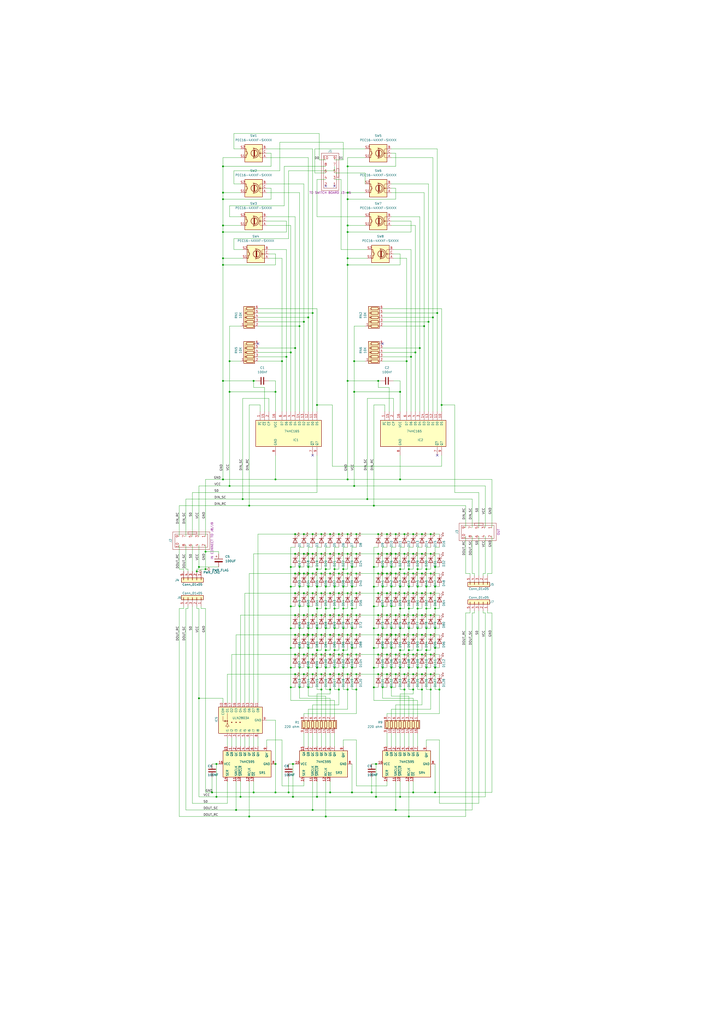
<source format=kicad_sch>
(kicad_sch (version 20230121) (generator eeschema)
  (paper "A2" portrait)
  (junction (at 173.99 340.36))
  (junction (at 201.93 344.17))
  (junction (at 173.99 375.92))
  (junction (at 194.31 330.2))
  (junction (at 219.71 309.88))
  (junction (at 199.39 377.19))
  (junction (at 242.57 364.49))
  (junction (at 191.77 332.74))
  (junction (at 247.65 387.35))
  (junction (at 184.15 364.49))
  (junction (at 213.36 289.56))
  (junction (at 129.54 149.86))
  (junction (at 240.03 321.31))
  (junction (at 168.91 340.36))
  (junction (at 173.99 398.78))
  (junction (at 176.53 186.69))
  (junction (at 229.87 368.3))
  (junction (at 222.25 387.35))
  (junction (at 207.01 332.74))
  (junction (at 240.03 391.16))
  (junction (at 181.61 309.88))
  (junction (at 170.18 462.28))
  (junction (at 168.91 204.47))
  (junction (at 129.54 278.13))
  (junction (at 140.97 289.56))
  (junction (at 194.31 364.49))
  (junction (at 245.11 379.73))
  (junction (at 234.95 332.74))
  (junction (at 250.19 332.74))
  (junction (at 184.15 340.36))
  (junction (at 229.87 469.9))
  (junction (at 218.44 443.23))
  (junction (at 218.44 462.28))
  (junction (at 252.73 375.92))
  (junction (at 245.11 400.05))
  (junction (at 245.11 391.16))
  (junction (at 184.15 377.19))
  (junction (at 237.49 387.35))
  (junction (at 176.53 321.31))
  (junction (at 129.54 134.62))
  (junction (at 224.79 332.74))
  (junction (at 254 181.61))
  (junction (at 240.03 309.88))
  (junction (at 207.01 309.88))
  (junction (at 252.73 353.06))
  (junction (at 247.65 340.36))
  (junction (at 252.73 459.74))
  (junction (at 147.32 459.74))
  (junction (at 229.87 391.16))
  (junction (at 217.17 340.36))
  (junction (at 186.69 332.74))
  (junction (at 181.61 356.87))
  (junction (at 207.01 391.16))
  (junction (at 207.01 400.05))
  (junction (at 184.15 234.95))
  (junction (at 144.78 293.37))
  (junction (at 184.15 330.2))
  (junction (at 234.95 379.73))
  (junction (at 222.25 375.92))
  (junction (at 179.07 332.74))
  (junction (at 201.93 332.74))
  (junction (at 173.99 387.35))
  (junction (at 133.35 209.55))
  (junction (at 201.93 400.05))
  (junction (at 234.95 391.16))
  (junction (at 179.07 368.3))
  (junction (at 184.15 387.35))
  (junction (at 119.38 330.2))
  (junction (at 160.02 443.23))
  (junction (at 194.31 340.36))
  (junction (at 181.61 332.74))
  (junction (at 144.78 473.71))
  (junction (at 207.01 321.31))
  (junction (at 186.69 379.73))
  (junction (at 196.85 309.88))
  (junction (at 181.61 379.73))
  (junction (at 199.39 387.35))
  (junction (at 201.93 379.73))
  (junction (at 204.47 387.35))
  (junction (at 186.69 400.05))
  (junction (at 179.07 351.79))
  (junction (at 179.07 375.92))
  (junction (at 201.93 278.13))
  (junction (at 129.54 96.52))
  (junction (at 189.23 330.2))
  (junction (at 240.03 459.74))
  (junction (at 189.23 473.71))
  (junction (at 196.85 400.05))
  (junction (at 248.92 186.69))
  (junction (at 250.19 344.17))
  (junction (at 171.45 391.16))
  (junction (at 250.19 400.05))
  (junction (at 181.61 344.17))
  (junction (at 245.11 321.31))
  (junction (at 176.53 368.3))
  (junction (at 201.93 368.3))
  (junction (at 201.93 96.52))
  (junction (at 250.19 368.3))
  (junction (at 194.31 353.06))
  (junction (at 245.11 309.88))
  (junction (at 204.47 364.49))
  (junction (at 181.61 469.9))
  (junction (at 219.71 332.74))
  (junction (at 191.77 309.88))
  (junction (at 171.45 309.88))
  (junction (at 170.18 443.23))
  (junction (at 186.69 321.31))
  (junction (at 114.3 331.47))
  (junction (at 240.03 368.3))
  (junction (at 227.33 340.36))
  (junction (at 167.64 459.74))
  (junction (at 222.25 398.78))
  (junction (at 201.93 356.87))
  (junction (at 227.33 387.35))
  (junction (at 247.65 330.2))
  (junction (at 173.99 364.49))
  (junction (at 204.47 328.93))
  (junction (at 186.69 309.88))
  (junction (at 176.53 332.74))
  (junction (at 129.54 220.98))
  (junction (at 240.03 332.74))
  (junction (at 234.95 309.88))
  (junction (at 227.33 398.78))
  (junction (at 179.07 340.36))
  (junction (at 237.49 330.2))
  (junction (at 252.73 340.36))
  (junction (at 176.53 344.17))
  (junction (at 168.91 328.93))
  (junction (at 181.61 368.3))
  (junction (at 250.19 309.88))
  (junction (at 217.17 351.79))
  (junction (at 237.49 364.49))
  (junction (at 201.93 391.16))
  (junction (at 242.57 377.19))
  (junction (at 236.22 209.55))
  (junction (at 217.17 398.78))
  (junction (at 125.73 443.23))
  (junction (at 199.39 340.36))
  (junction (at 227.33 368.3))
  (junction (at 123.19 459.74))
  (junction (at 232.41 330.2))
  (junction (at 204.47 353.06))
  (junction (at 250.19 379.73))
  (junction (at 232.41 364.49))
  (junction (at 224.79 356.87))
  (junction (at 194.31 377.19))
  (junction (at 201.93 321.31))
  (junction (at 196.85 356.87))
  (junction (at 196.85 332.74))
  (junction (at 186.69 356.87))
  (junction (at 219.71 321.31))
  (junction (at 194.31 387.35))
  (junction (at 217.17 387.35))
  (junction (at 199.39 364.49))
  (junction (at 176.53 309.88))
  (junction (at 237.49 473.71))
  (junction (at 255.27 400.05))
  (junction (at 219.71 356.87))
  (junction (at 196.85 368.3))
  (junction (at 222.25 340.36))
  (junction (at 163.83 209.55))
  (junction (at 222.25 328.93))
  (junction (at 189.23 377.19))
  (junction (at 186.69 368.3))
  (junction (at 224.79 344.17))
  (junction (at 171.45 201.93))
  (junction (at 171.45 332.74))
  (junction (at 133.35 227.33))
  (junction (at 191.77 321.31))
  (junction (at 191.77 379.73))
  (junction (at 176.53 379.73))
  (junction (at 199.39 353.06))
  (junction (at 234.95 400.05))
  (junction (at 171.45 321.31))
  (junction (at 234.95 321.31))
  (junction (at 189.23 340.36))
  (junction (at 179.07 184.15))
  (junction (at 205.74 209.55))
  (junction (at 196.85 344.17))
  (junction (at 139.7 462.28))
  (junction (at 215.9 459.74))
  (junction (at 179.07 321.31))
  (junction (at 232.41 387.35))
  (junction (at 204.47 340.36))
  (junction (at 227.33 351.79))
  (junction (at 176.53 391.16))
  (junction (at 201.93 220.98))
  (junction (at 115.57 328.93))
  (junction (at 196.85 321.31))
  (junction (at 229.87 344.17))
  (junction (at 241.3 204.47))
  (junction (at 189.23 364.49))
  (junction (at 219.71 379.73))
  (junction (at 247.65 364.49))
  (junction (at 232.41 340.36))
  (junction (at 245.11 332.74))
  (junction (at 147.32 220.98))
  (junction (at 171.45 368.3))
  (junction (at 250.19 391.16))
  (junction (at 168.91 375.92))
  (junction (at 168.91 364.49))
  (junction (at 252.73 387.35))
  (junction (at 173.99 332.74))
  (junction (at 171.45 344.17))
  (junction (at 201.93 309.88))
  (junction (at 256.54 234.95))
  (junction (at 229.87 356.87))
  (junction (at 191.77 459.74))
  (junction (at 224.79 391.16))
  (junction (at 245.11 368.3))
  (junction (at 245.11 344.17))
  (junction (at 227.33 321.31))
  (junction (at 171.45 379.73))
  (junction (at 234.95 368.3))
  (junction (at 171.45 356.87))
  (junction (at 137.16 469.9))
  (junction (at 237.49 353.06))
  (junction (at 186.69 391.16))
  (junction (at 240.03 400.05))
  (junction (at 247.65 377.19))
  (junction (at 232.41 462.28))
  (junction (at 234.95 356.87))
  (junction (at 160.02 278.13))
  (junction (at 217.17 375.92))
  (junction (at 191.77 368.3))
  (junction (at 222.25 351.79))
  (junction (at 224.79 321.31))
  (junction (at 242.57 387.35))
  (junction (at 181.61 391.16))
  (junction (at 168.91 351.79))
  (junction (at 196.85 391.16))
  (junction (at 168.91 387.35))
  (junction (at 222.25 364.49))
  (junction (at 173.99 189.23))
  (junction (at 240.03 379.73))
  (junction (at 125.73 462.28))
  (junction (at 115.57 405.13))
  (junction (at 252.73 364.49))
  (junction (at 201.93 115.57))
  (junction (at 189.23 387.35))
  (junction (at 179.07 387.35))
  (junction (at 247.65 353.06))
  (junction (at 179.07 328.93))
  (junction (at 219.71 344.17))
  (junction (at 232.41 278.13))
  (junction (at 229.87 332.74))
  (junction (at 234.95 344.17))
  (junction (at 242.57 353.06))
  (junction (at 181.61 321.31))
  (junction (at 224.79 379.73))
  (junction (at 224.79 368.3))
  (junction (at 238.76 207.01))
  (junction (at 229.87 321.31))
  (junction (at 227.33 332.74))
  (junction (at 217.17 293.37))
  (junction (at 129.54 153.67))
  (junction (at 250.19 321.31))
  (junction (at 240.03 356.87))
  (junction (at 251.46 184.15))
  (junction (at 160.02 459.74))
  (junction (at 243.84 201.93))
  (junction (at 173.99 328.93))
  (junction (at 217.17 364.49))
  (junction (at 181.61 181.61))
  (junction (at 173.99 351.79))
  (junction (at 168.91 398.78))
  (junction (at 201.93 130.81))
  (junction (at 227.33 375.92))
  (junction (at 242.57 330.2))
  (junction (at 240.03 344.17))
  (junction (at 245.11 356.87))
  (junction (at 229.87 309.88))
  (junction (at 191.77 356.87))
  (junction (at 232.41 377.19))
  (junction (at 205.74 281.94))
  (junction (at 207.01 344.17))
  (junction (at 242.57 340.36))
  (junction (at 201.93 149.86))
  (junction (at 166.37 207.01))
  (junction (at 201.93 111.76))
  (junction (at 252.73 328.93))
  (junction (at 227.33 364.49))
  (junction (at 204.47 459.74))
  (junction (at 207.01 379.73))
  (junction (at 191.77 391.16))
  (junction (at 205.74 227.33))
  (junction (at 191.77 344.17))
  (junction (at 207.01 356.87))
  (junction (at 207.01 368.3))
  (junction (at 191.77 400.05))
  (junction (at 201.93 134.62))
  (junction (at 229.87 379.73))
  (junction (at 246.38 189.23))
  (junction (at 179.07 398.78))
  (junction (at 196.85 379.73))
  (junction (at 129.54 115.57))
  (junction (at 219.71 391.16))
  (junction (at 186.69 344.17))
  (junction (at 176.53 356.87))
  (junction (at 189.23 353.06))
  (junction (at 129.54 111.76))
  (junction (at 184.15 462.28))
  (junction (at 232.41 227.33))
  (junction (at 222.25 332.74))
  (junction (at 217.17 328.93))
  (junction (at 204.47 375.92))
  (junction (at 224.79 309.88))
  (junction (at 227.33 328.93))
  (junction (at 232.41 353.06))
  (junction (at 237.49 377.19))
  (junction (at 184.15 353.06))
  (junction (at 237.49 340.36))
  (junction (at 179.07 364.49))
  (junction (at 133.35 281.94))
  (junction (at 219.71 220.98))
  (junction (at 160.02 227.33))
  (junction (at 250.19 356.87))
  (junction (at 119.38 320.04))
  (junction (at 199.39 330.2))
  (junction (at 129.54 130.81))
  (junction (at 219.71 368.3))
  (junction (at 201.93 153.67))
  (no_connect (at 149.86 199.39))
  (no_connect (at 254 264.16))
  (no_connect (at 189.23 107.95))
  (no_connect (at 222.25 199.39))
  (no_connect (at 194.31 107.95))
  (no_connect (at 181.61 264.16))
  (wire (pts (xy 173.99 364.49) (xy 176.53 364.49)))
  (wire (pts (xy 181.61 408.94) (xy 196.85 408.94)))
  (wire (pts (xy 144.78 453.39) (xy 144.78 473.71)))
  (wire (pts (xy 234.95 391.16) (xy 240.03 391.16)))
  (wire (pts (xy 179.07 364.49) (xy 179.07 368.3)))
  (wire (pts (xy 234.95 330.2) (xy 232.41 330.2)))
  (wire (pts (xy 154.94 429.26) (xy 163.83 429.26)))
  (wire (pts (xy 186.69 344.17) (xy 191.77 344.17)))
  (wire (pts (xy 222.25 209.55) (xy 236.22 209.55)))
  (wire (pts (xy 204.47 353.06) (xy 204.47 364.49)))
  (wire (pts (xy 104.14 293.37) (xy 104.14 311.15)))
  (wire (pts (xy 133.35 119.38) (xy 165.1 119.38)))
  (wire (pts (xy 129.54 153.67) (xy 129.54 220.98)))
  (wire (pts (xy 227.33 317.5) (xy 227.33 321.31)))
  (wire (pts (xy 191.77 330.2) (xy 189.23 330.2)))
  (wire (pts (xy 184.15 387.35) (xy 184.15 400.05)))
  (wire (pts (xy 222.25 351.79) (xy 224.79 351.79)))
  (wire (pts (xy 204.47 328.93) (xy 204.47 340.36)))
  (wire (pts (xy 201.93 149.86) (xy 213.36 149.86)))
  (wire (pts (xy 245.11 330.2) (xy 245.11 328.93)))
  (wire (pts (xy 250.19 321.31) (xy 255.27 321.31)))
  (wire (pts (xy 137.16 453.39) (xy 137.16 469.9)))
  (wire (pts (xy 205.74 209.55) (xy 212.09 209.55)))
  (wire (pts (xy 217.17 340.36) (xy 219.71 340.36)))
  (wire (pts (xy 201.93 400.05) (xy 201.93 398.78)))
  (wire (pts (xy 104.14 316.23) (xy 104.14 330.2)))
  (wire (pts (xy 255.27 466.09) (xy 278.13 466.09)))
  (wire (pts (xy 218.44 443.23) (xy 218.44 462.28)))
  (wire (pts (xy 213.36 231.14) (xy 213.36 289.56)))
  (wire (pts (xy 250.19 344.17) (xy 255.27 344.17)))
  (wire (pts (xy 252.73 459.74) (xy 285.75 459.74)))
  (wire (pts (xy 201.93 353.06) (xy 201.93 351.79)))
  (wire (pts (xy 229.87 115.57) (xy 201.93 115.57)))
  (wire (pts (xy 147.32 407.67) (xy 147.32 321.31)))
  (wire (pts (xy 240.03 330.2) (xy 240.03 328.93)))
  (wire (pts (xy 222.25 328.93) (xy 224.79 328.93)))
  (wire (pts (xy 106.68 330.2) (xy 104.14 330.2)))
  (wire (pts (xy 240.03 353.06) (xy 240.03 351.79)))
  (wire (pts (xy 222.25 328.93) (xy 222.25 332.74)))
  (wire (pts (xy 149.86 427.99) (xy 149.86 433.07)))
  (wire (pts (xy 227.33 328.93) (xy 227.33 332.74)))
  (wire (pts (xy 252.73 353.06) (xy 252.73 364.49)))
  (wire (pts (xy 173.99 328.93) (xy 173.99 332.74)))
  (wire (pts (xy 242.57 353.06) (xy 242.57 364.49)))
  (wire (pts (xy 189.23 330.2) (xy 189.23 340.36)))
  (wire (pts (xy 107.95 469.9) (xy 137.16 469.9)))
  (wire (pts (xy 224.79 321.31) (xy 227.33 321.31)))
  (wire (pts (xy 237.49 403.86) (xy 227.33 403.86)))
  (wire (pts (xy 116.84 351.79) (xy 116.84 353.06)))
  (wire (pts (xy 167.64 443.23) (xy 170.18 443.23)))
  (wire (pts (xy 111.76 285.75) (xy 184.15 285.75)))
  (wire (pts (xy 243.84 238.76) (xy 243.84 201.93)))
  (wire (pts (xy 133.35 189.23) (xy 133.35 209.55)))
  (wire (pts (xy 199.39 377.19) (xy 199.39 387.35)))
  (wire (pts (xy 205.74 227.33) (xy 232.41 227.33)))
  (wire (pts (xy 234.95 398.78) (xy 234.95 400.05)))
  (wire (pts (xy 227.33 88.9) (xy 229.87 88.9)))
  (wire (pts (xy 201.93 353.06) (xy 199.39 353.06)))
  (wire (pts (xy 199.39 317.5) (xy 199.39 330.2)))
  (wire (pts (xy 149.86 309.88) (xy 171.45 309.88)))
  (wire (pts (xy 222.25 189.23) (xy 246.38 189.23)))
  (wire (pts (xy 163.83 209.55) (xy 163.83 238.76)))
  (wire (pts (xy 116.84 330.2) (xy 119.38 330.2)))
  (wire (pts (xy 254 86.36) (xy 254 181.61)))
  (wire (pts (xy 204.47 340.36) (xy 204.47 353.06)))
  (wire (pts (xy 232.41 317.5) (xy 234.95 317.5)))
  (wire (pts (xy 196.85 317.5) (xy 194.31 317.5)))
  (wire (pts (xy 184.15 415.29) (xy 184.15 402.59)))
  (wire (pts (xy 173.99 375.92) (xy 176.53 375.92)))
  (wire (pts (xy 227.33 128.27) (xy 238.76 128.27)))
  (wire (pts (xy 285.75 278.13) (xy 285.75 306.07)))
  (wire (pts (xy 189.23 377.19) (xy 189.23 387.35)))
  (wire (pts (xy 104.14 353.06) (xy 104.14 473.71)))
  (wire (pts (xy 204.47 375.92) (xy 204.47 387.35)))
  (wire (pts (xy 144.78 332.74) (xy 171.45 332.74)))
  (wire (pts (xy 232.41 364.49) (xy 234.95 364.49)))
  (wire (pts (xy 170.18 443.23) (xy 171.45 443.23)))
  (wire (pts (xy 201.93 278.13) (xy 232.41 278.13)))
  (wire (pts (xy 156.21 144.78) (xy 166.37 144.78)))
  (wire (pts (xy 240.03 377.19) (xy 240.03 375.92)))
  (wire (pts (xy 168.91 387.35) (xy 171.45 387.35)))
  (wire (pts (xy 242.57 317.5) (xy 242.57 330.2)))
  (wire (pts (xy 186.69 332.74) (xy 191.77 332.74)))
  (wire (pts (xy 273.05 334.01) (xy 273.05 332.74)))
  (wire (pts (xy 139.7 462.28) (xy 125.73 462.28)))
  (wire (pts (xy 199.39 330.2) (xy 199.39 340.36)))
  (wire (pts (xy 245.11 391.16) (xy 250.19 391.16)))
  (wire (pts (xy 196.85 364.49) (xy 194.31 364.49)))
  (wire (pts (xy 274.32 332.74) (xy 274.32 311.15)))
  (wire (pts (xy 137.16 407.67) (xy 137.16 368.3)))
  (wire (pts (xy 133.35 209.55) (xy 133.35 227.33)))
  (wire (pts (xy 104.14 473.71) (xy 144.78 473.71)))
  (wire (pts (xy 217.17 364.49) (xy 219.71 364.49)))
  (wire (pts (xy 173.99 340.36) (xy 176.53 340.36)))
  (wire (pts (xy 232.41 153.67) (xy 201.93 153.67)))
  (wire (pts (xy 285.75 311.15) (xy 285.75 332.74)))
  (wire (pts (xy 217.17 328.93) (xy 217.17 340.36)))
  (wire (pts (xy 217.17 317.5) (xy 217.17 328.93)))
  (wire (pts (xy 224.79 425.45) (xy 224.79 433.07)))
  (wire (pts (xy 219.71 332.74) (xy 222.25 332.74)))
  (wire (pts (xy 133.35 209.55) (xy 139.7 209.55)))
  (wire (pts (xy 240.03 309.88) (xy 245.11 309.88)))
  (wire (pts (xy 176.53 368.3) (xy 179.07 368.3)))
  (wire (pts (xy 167.64 138.43) (xy 135.89 138.43)))
  (wire (pts (xy 149.86 407.67) (xy 149.86 309.88)))
  (wire (pts (xy 166.37 134.62) (xy 129.54 134.62)))
  (wire (pts (xy 119.38 353.06) (xy 119.38 459.74)))
  (wire (pts (xy 252.73 443.23) (xy 252.73 459.74)))
  (wire (pts (xy 106.68 353.06) (xy 104.14 353.06)))
  (wire (pts (xy 149.86 204.47) (xy 168.91 204.47)))
  (wire (pts (xy 242.57 400.05) (xy 245.11 400.05)))
  (wire (pts (xy 237.49 317.5) (xy 240.03 317.5)))
  (wire (pts (xy 240.03 400.05) (xy 237.49 400.05)))
  (wire (pts (xy 222.25 317.5) (xy 224.79 317.5)))
  (wire (pts (xy 219.71 391.16) (xy 224.79 391.16)))
  (wire (pts (xy 212.09 100.33) (xy 212.09 106.68)))
  (wire (pts (xy 252.73 328.93) (xy 252.73 340.36)))
  (wire (pts (xy 247.65 340.36) (xy 250.19 340.36)))
  (wire (pts (xy 252.73 340.36) (xy 255.27 340.36)))
  (wire (pts (xy 227.33 332.74) (xy 229.87 332.74)))
  (wire (pts (xy 186.69 400.05) (xy 184.15 400.05)))
  (wire (pts (xy 217.17 387.35) (xy 217.17 398.78)))
  (wire (pts (xy 135.89 144.78) (xy 140.97 144.78)))
  (wire (pts (xy 280.67 355.6) (xy 281.94 355.6)))
  (wire (pts (xy 247.65 387.35) (xy 250.19 387.35)))
  (wire (pts (xy 242.57 330.2) (xy 245.11 330.2)))
  (wire (pts (xy 243.84 201.93) (xy 243.84 125.73)))
  (wire (pts (xy 219.71 356.87) (xy 224.79 356.87)))
  (wire (pts (xy 218.44 443.23) (xy 219.71 443.23)))
  (wire (pts (xy 250.19 332.74) (xy 255.27 332.74)))
  (wire (pts (xy 106.68 351.79) (xy 106.68 353.06)))
  (wire (pts (xy 227.33 328.93) (xy 229.87 328.93)))
  (wire (pts (xy 194.31 96.52) (xy 194.31 99.06)))
  (wire (pts (xy 139.7 125.73) (xy 133.35 125.73)))
  (wire (pts (xy 176.53 344.17) (xy 181.61 344.17)))
  (wire (pts (xy 207.01 332.74) (xy 219.71 332.74)))
  (wire (pts (xy 186.69 379.73) (xy 191.77 379.73)))
  (wire (pts (xy 201.93 96.52) (xy 201.93 111.76)))
  (wire (pts (xy 270.51 473.71) (xy 270.51 355.6)))
  (wire (pts (xy 196.85 377.19) (xy 196.85 375.92)))
  (wire (pts (xy 157.48 109.22) (xy 157.48 115.57)))
  (wire (pts (xy 132.08 391.16) (xy 171.45 391.16)))
  (wire (pts (xy 250.19 391.16) (xy 255.27 391.16)))
  (wire (pts (xy 181.61 321.31) (xy 186.69 321.31)))
  (wire (pts (xy 149.86 189.23) (xy 173.99 189.23)))
  (wire (pts (xy 186.69 328.93) (xy 186.69 330.2)))
  (wire (pts (xy 245.11 344.17) (xy 250.19 344.17)))
  (wire (pts (xy 250.19 353.06) (xy 250.19 351.79)))
  (wire (pts (xy 184.15 340.36) (xy 186.69 340.36)))
  (wire (pts (xy 196.85 353.06) (xy 196.85 351.79)))
  (wire (pts (xy 193.04 270.51) (xy 256.54 270.51)))
  (wire (pts (xy 201.93 379.73) (xy 207.01 379.73)))
  (wire (pts (xy 204.47 340.36) (xy 207.01 340.36)))
  (wire (pts (xy 232.41 377.19) (xy 232.41 387.35)))
  (wire (pts (xy 219.71 224.79) (xy 226.06 224.79)))
  (wire (pts (xy 219.71 344.17) (xy 224.79 344.17)))
  (wire (pts (xy 194.31 317.5) (xy 194.31 330.2)))
  (wire (pts (xy 176.53 379.73) (xy 181.61 379.73)))
  (wire (pts (xy 129.54 278.13) (xy 160.02 278.13)))
  (wire (pts (xy 184.15 317.5) (xy 184.15 330.2)))
  (wire (pts (xy 147.32 321.31) (xy 171.45 321.31)))
  (wire (pts (xy 199.39 364.49) (xy 199.39 377.19)))
  (wire (pts (xy 189.23 453.39) (xy 189.23 473.71)))
  (wire (pts (xy 252.73 387.35) (xy 252.73 400.05)))
  (wire (pts (xy 237.49 415.29) (xy 237.49 403.86)))
  (wire (pts (xy 123.19 450.85) (xy 123.19 459.74)))
  (wire (pts (xy 194.31 104.14) (xy 198.12 104.14)))
  (wire (pts (xy 245.11 408.94) (xy 245.11 400.05)))
  (wire (pts (xy 201.93 220.98) (xy 219.71 220.98)))
  (wire (pts (xy 181.61 469.9) (xy 229.87 469.9)))
  (wire (pts (xy 119.38 278.13) (xy 119.38 311.15)))
  (wire (pts (xy 219.71 220.98) (xy 219.71 224.79)))
  (wire (pts (xy 227.33 91.44) (xy 251.46 91.44)))
  (wire (pts (xy 283.21 354.33) (xy 283.21 355.6)))
  (wire (pts (xy 227.33 398.78) (xy 229.87 398.78)))
  (wire (pts (xy 171.45 368.3) (xy 176.53 368.3)))
  (wire (pts (xy 154.94 88.9) (xy 157.48 88.9)))
  (wire (pts (xy 207.01 368.3) (xy 219.71 368.3)))
  (wire (pts (xy 179.07 375.92) (xy 181.61 375.92)))
  (wire (pts (xy 129.54 130.81) (xy 129.54 134.62)))
  (wire (pts (xy 204.47 443.23) (xy 204.47 459.74)))
  (wire (pts (xy 227.33 387.35) (xy 229.87 387.35)))
  (wire (pts (xy 227.33 317.5) (xy 229.87 317.5)))
  (wire (pts (xy 237.49 330.2) (xy 237.49 340.36)))
  (wire (pts (xy 111.76 316.23) (xy 111.76 331.47)))
  (wire (pts (xy 132.08 427.99) (xy 132.08 433.07)))
  (wire (pts (xy 227.33 109.22) (xy 229.87 109.22)))
  (wire (pts (xy 139.7 453.39) (xy 139.7 462.28)))
  (wire (pts (xy 194.31 353.06) (xy 194.31 364.49)))
  (wire (pts (xy 240.03 425.45) (xy 240.03 433.07)))
  (wire (pts (xy 184.15 125.73) (xy 212.09 125.73)))
  (wire (pts (xy 171.45 321.31) (xy 176.53 321.31)))
  (wire (pts (xy 201.93 111.76) (xy 212.09 111.76)))
  (wire (pts (xy 227.33 321.31) (xy 227.33 328.93)))
  (wire (pts (xy 224.79 356.87) (xy 229.87 356.87)))
  (wire (pts (xy 191.77 400.05) (xy 189.23 400.05)))
  (wire (pts (xy 171.45 332.74) (xy 173.99 332.74)))
  (wire (pts (xy 219.71 321.31) (xy 224.79 321.31)))
  (wire (pts (xy 115.57 281.94) (xy 115.57 311.15)))
  (wire (pts (xy 242.57 330.2) (xy 242.57 340.36)))
  (wire (pts (xy 232.41 364.49) (xy 232.41 377.19)))
  (wire (pts (xy 234.95 400.05) (xy 232.41 400.05)))
  (wire (pts (xy 217.17 317.5) (xy 219.71 317.5)))
  (wire (pts (xy 194.31 92.71) (xy 199.39 92.71)))
  (wire (pts (xy 160.02 278.13) (xy 160.02 264.16)))
  (wire (pts (xy 185.42 92.71) (xy 189.23 92.71)))
  (wire (pts (xy 191.77 402.59) (xy 191.77 400.05)))
  (wire (pts (xy 227.33 111.76) (xy 246.38 111.76)))
  (wire (pts (xy 194.31 99.06) (xy 167.64 99.06)))
  (wire (pts (xy 168.91 364.49) (xy 168.91 375.92)))
  (wire (pts (xy 204.47 317.5) (xy 204.47 328.93)))
  (wire (pts (xy 147.32 224.79) (xy 153.67 224.79)))
  (wire (pts (xy 191.77 415.29) (xy 191.77 405.13)))
  (wire (pts (xy 227.33 86.36) (xy 254 86.36)))
  (wire (pts (xy 109.22 330.2) (xy 107.95 330.2)))
  (wire (pts (xy 179.07 328.93) (xy 181.61 328.93)))
  (wire (pts (xy 179.07 332.74) (xy 179.07 340.36)))
  (wire (pts (xy 226.06 224.79) (xy 226.06 238.76)))
  (wire (pts (xy 115.57 328.93) (xy 127 328.93)))
  (wire (pts (xy 223.52 234.95) (xy 217.17 234.95)))
  (wire (pts (xy 179.07 91.44) (xy 179.07 184.15)))
  (wire (pts (xy 224.79 309.88) (xy 229.87 309.88)))
  (wire (pts (xy 229.87 356.87) (xy 234.95 356.87)))
  (wire (pts (xy 134.62 407.67) (xy 134.62 379.73)))
  (wire (pts (xy 186.69 375.92) (xy 186.69 377.19)))
  (wire (pts (xy 179.07 403.86) (xy 179.07 398.78)))
  (wire (pts (xy 256.54 179.07) (xy 256.54 234.95)))
  (wire (pts (xy 162.56 99.06) (xy 162.56 82.55)))
  (wire (pts (xy 133.35 281.94) (xy 205.74 281.94)))
  (wire (pts (xy 207.01 353.06) (xy 204.47 353.06)))
  (wire (pts (xy 278.13 285.75) (xy 264.16 285.75)))
  (wire (pts (xy 199.39 82.55) (xy 199.39 92.71)))
  (wire (pts (xy 248.92 186.69) (xy 248.92 106.68)))
  (wire (pts (xy 179.07 364.49) (xy 181.61 364.49)))
  (wire (pts (xy 168.91 204.47) (xy 168.91 238.76)))
  (wire (pts (xy 171.45 125.73) (xy 154.94 125.73)))
  (wire (pts (xy 179.07 411.48) (xy 201.93 411.48)))
  (wire (pts (xy 234.95 328.93) (xy 234.95 330.2)))
  (wire (pts (xy 255.27 353.06) (xy 255.27 351.79)))
  (wire (pts (xy 234.95 321.31) (xy 240.03 321.31)))
  (wire (pts (xy 222.25 332.74) (xy 224.79 332.74)))
  (wire (pts (xy 168.91 375.92) (xy 171.45 375.92)))
  (wire (pts (xy 250.19 330.2) (xy 250.19 328.93)))
  (wire (pts (xy 185.42 77.47) (xy 185.42 92.71)))
  (wire (pts (xy 142.24 344.17) (xy 171.45 344.17)))
  (wire (pts (xy 176.53 238.76) (xy 176.53 186.69)))
  (wire (pts (xy 245.11 353.06) (xy 245.11 351.79)))
  (wire (pts (xy 173.99 317.5) (xy 173.99 328.93)))
  (wire (pts (xy 207.01 379.73) (xy 219.71 379.73)))
  (wire (pts (xy 194.31 330.2) (xy 196.85 330.2)))
  (wire (pts (xy 224.79 344.17) (xy 229.87 344.17)))
  (wire (pts (xy 232.41 227.33) (xy 232.41 238.76)))
  (wire (pts (xy 189.23 100.33) (xy 182.88 100.33)))
  (wire (pts (xy 184.15 264.16) (xy 184.15 285.75)))
  (wire (pts (xy 222.25 181.61) (xy 254 181.61)))
  (wire (pts (xy 134.62 427.99) (xy 134.62 433.07)))
  (wire (pts (xy 114.3 353.06) (xy 115.57 353.06)))
  (wire (pts (xy 234.95 356.87) (xy 240.03 356.87)))
  (wire (pts (xy 196.85 356.87) (xy 201.93 356.87)))
  (wire (pts (xy 207.01 344.17) (xy 219.71 344.17)))
  (wire (pts (xy 107.95 316.23) (xy 107.95 330.2)))
  (wire (pts (xy 157.48 96.52) (xy 129.54 96.52)))
  (wire (pts (xy 205.74 227.33) (xy 205.74 281.94)))
  (wire (pts (xy 251.46 91.44) (xy 251.46 184.15)))
  (wire (pts (xy 222.25 184.15) (xy 251.46 184.15)))
  (wire (pts (xy 142.24 407.67) (xy 142.24 344.17)))
  (wire (pts (xy 229.87 96.52) (xy 201.93 96.52)))
  (wire (pts (xy 179.07 387.35) (xy 181.61 387.35)))
  (wire (pts (xy 252.73 375.92) (xy 255.27 375.92)))
  (wire (pts (xy 213.36 231.14) (xy 228.6 231.14)))
  (wire (pts (xy 217.17 375.92) (xy 217.17 387.35)))
  (wire (pts (xy 217.17 234.95) (xy 217.17 293.37)))
  (wire (pts (xy 222.25 375.92) (xy 222.25 387.35)))
  (wire (pts (xy 129.54 149.86) (xy 140.97 149.86)))
  (wire (pts (xy 115.57 281.94) (xy 133.35 281.94)))
  (wire (pts (xy 160.02 417.83) (xy 160.02 443.23)))
  (wire (pts (xy 184.15 104.14) (xy 184.15 125.73)))
  (wire (pts (xy 165.1 119.38) (xy 165.1 96.52)))
  (wire (pts (xy 137.16 427.99) (xy 137.16 433.07)))
  (wire (pts (xy 189.23 364.49) (xy 189.23 377.19)))
  (wire (pts (xy 229.87 408.94) (xy 245.11 408.94)))
  (wire (pts (xy 163.83 455.93) (xy 176.53 455.93)))
  (wire (pts (xy 232.41 317.5) (xy 232.41 330.2)))
  (wire (pts (xy 184.15 402.59) (xy 191.77 402.59)))
  (wire (pts (xy 228.6 231.14) (xy 228.6 238.76)))
  (wire (pts (xy 280.67 354.33) (xy 280.67 355.6)))
  (wire (pts (xy 116.84 331.47) (xy 116.84 330.2)))
  (wire (pts (xy 168.91 351.79) (xy 171.45 351.79)))
  (wire (pts (xy 234.95 377.19) (xy 232.41 377.19)))
  (wire (pts (xy 250.19 377.19) (xy 250.19 375.92)))
  (wire (pts (xy 238.76 128.27) (xy 238.76 134.62)))
  (wire (pts (xy 194.31 364.49) (xy 194.31 377.19)))
  (wire (pts (xy 241.3 204.47) (xy 241.3 238.76)))
  (wire (pts (xy 184.15 425.45) (xy 184.15 433.07)))
  (wire (pts (xy 232.41 278.13) (xy 232.41 264.16)))
  (wire (pts (xy 173.99 351.79) (xy 176.53 351.79)))
  (wire (pts (xy 147.32 220.98) (xy 148.59 220.98)))
  (wire (pts (xy 246.38 189.23) (xy 246.38 238.76)))
  (wire (pts (xy 247.65 429.26) (xy 255.27 429.26)))
  (wire (pts (xy 154.94 417.83) (xy 160.02 417.83)))
  (wire (pts (xy 228.6 147.32) (xy 232.41 147.32)))
  (wire (pts (xy 278.13 285.75) (xy 278.13 306.07)))
  (wire (pts (xy 227.33 364.49) (xy 227.33 368.3)))
  (wire (pts (xy 168.91 340.36) (xy 171.45 340.36)))
  (wire (pts (xy 156.21 231.14) (xy 156.21 238.76)))
  (wire (pts (xy 227.33 415.29) (xy 227.33 411.48)))
  (wire (pts (xy 227.33 375.92) (xy 229.87 375.92)))
  (wire (pts (xy 139.7 407.67) (xy 139.7 356.87)))
  (wire (pts (xy 132.08 453.39) (xy 132.08 466.09)))
  (wire (pts (xy 229.87 368.3) (xy 234.95 368.3)))
  (wire (pts (xy 250.19 368.3) (xy 255.27 368.3)))
  (wire (pts (xy 240.03 402.59) (xy 240.03 400.05)))
  (wire (pts (xy 186.69 425.45) (xy 186.69 433.07)))
  (wire (pts (xy 171.45 344.17) (xy 176.53 344.17)))
  (wire (pts (xy 224.79 455.93) (xy 224.79 453.39)))
  (wire (pts (xy 191.77 321.31) (xy 196.85 321.31)))
  (wire (pts (xy 179.07 332.74) (xy 181.61 332.74)))
  (wire (pts (xy 196.85 330.2) (xy 196.85 328.93)))
  (wire (pts (xy 171.45 391.16) (xy 176.53 391.16)))
  (wire (pts (xy 204.47 364.49) (xy 204.47 375.92)))
  (wire (pts (xy 229.87 109.22) (xy 229.87 115.57)))
  (wire (pts (xy 107.95 289.56) (xy 140.97 289.56)))
  (wire (pts (xy 184.15 317.5) (xy 186.69 317.5)))
  (wire (pts (xy 232.41 402.59) (xy 240.03 402.59)))
  (wire (pts (xy 179.07 184.15) (xy 179.07 238.76)))
  (wire (pts (xy 179.07 351.79) (xy 181.61 351.79)))
  (wire (pts (xy 184.15 330.2) (xy 184.15 340.36)))
  (wire (pts (xy 248.92 106.68) (xy 227.33 106.68)))
  (wire (pts (xy 154.94 130.81) (xy 168.91 130.81)))
  (wire (pts (xy 173.99 387.35) (xy 176.53 387.35)))
  (wire (pts (xy 179.07 317.5) (xy 179.07 321.31)))
  (wire (pts (xy 123.19 459.74) (xy 147.32 459.74)))
  (wire (pts (xy 184.15 377.19) (xy 184.15 387.35)))
  (wire (pts (xy 232.41 453.39) (xy 232.41 462.28)))
  (wire (pts (xy 139.7 86.36) (xy 135.89 86.36)))
  (wire (pts (xy 201.93 153.67) (xy 201.93 220.98)))
  (wire (pts (xy 181.61 344.17) (xy 186.69 344.17)))
  (wire (pts (xy 194.31 415.29) (xy 194.31 406.4)))
  (wire (pts (xy 222.25 340.36) (xy 224.79 340.36)))
  (wire (pts (xy 140.97 231.14) (xy 140.97 289.56)))
  (wire (pts (xy 179.07 425.45) (xy 179.07 433.07)))
  (wire (pts (xy 245.11 309.88) (xy 250.19 309.88)))
  (wire (pts (xy 250.19 309.88) (xy 255.27 309.88)))
  (wire (pts (xy 280.67 334.01) (xy 280.67 332.74)))
  (wire (pts (xy 275.59 355.6) (xy 274.32 355.6)))
  (wire (pts (xy 125.73 462.28) (xy 115.57 462.28)))
  (wire (pts (xy 129.54 149.86) (xy 129.54 153.67)))
  (wire (pts (xy 204.47 387.35) (xy 207.01 387.35)))
  (wire (pts (xy 189.23 340.36) (xy 191.77 340.36)))
  (wire (pts (xy 179.07 340.36) (xy 179.07 351.79)))
  (wire (pts (xy 222.25 204.47) (xy 241.3 204.47)))
  (wire (pts (xy 139.7 356.87) (xy 171.45 356.87)))
  (wire (pts (xy 184.15 462.28) (xy 218.44 462.28)))
  (wire (pts (xy 167.64 450.85) (xy 167.64 459.74)))
  (wire (pts (xy 227.33 375.92) (xy 227.33 387.35)))
  (wire (pts (xy 201.93 309.88) (xy 207.01 309.88)))
  (wire (pts (xy 201.93 344.17) (xy 207.01 344.17)))
  (wire (pts (xy 232.41 425.45) (xy 232.41 433.07)))
  (wire (pts (xy 227.33 351.79) (xy 229.87 351.79)))
  (wire (pts (xy 179.07 415.29) (xy 179.07 411.48)))
  (wire (pts (xy 129.54 111.76) (xy 129.54 115.57)))
  (wire (pts (xy 149.86 179.07) (xy 184.15 179.07)))
  (wire (pts (xy 227.33 403.86) (xy 227.33 398.78)))
  (wire (pts (xy 232.41 147.32) (xy 232.41 153.67)))
  (wire (pts (xy 217.17 375.92) (xy 219.71 375.92)))
  (wire (pts (xy 240.03 459.74) (xy 252.73 459.74)))
  (wire (pts (xy 255.27 353.06) (xy 252.73 353.06)))
  (wire (pts (xy 222.25 387.35) (xy 222.25 398.78)))
  (wire (pts (xy 242.57 364.49) (xy 242.57 377.19)))
  (wire (pts (xy 194.31 425.45) (xy 194.31 433.07)))
  (wire (pts (xy 173.99 387.35) (xy 173.99 398.78)))
  (wire (pts (xy 106.68 331.47) (xy 106.68 330.2)))
  (wire (pts (xy 245.11 377.19) (xy 245.11 375.92)))
  (wire (pts (xy 236.22 149.86) (xy 236.22 209.55)))
  (wire (pts (xy 232.41 340.36) (xy 234.95 340.36)))
  (wire (pts (xy 115.57 316.23) (xy 115.57 328.93)))
  (wire (pts (xy 184.15 179.07) (xy 184.15 234.95)))
  (wire (pts (xy 281.94 355.6) (xy 281.94 462.28)))
  (wire (pts (xy 252.73 328.93) (xy 255.27 328.93)))
  (wire (pts (xy 232.41 340.36) (xy 232.41 353.06)))
  (wire (pts (xy 129.54 96.52) (xy 129.54 111.76)))
  (wire (pts (xy 167.64 459.74) (xy 191.77 459.74)))
  (wire (pts (xy 207.01 356.87) (xy 219.71 356.87)))
  (wire (pts (xy 149.86 181.61) (xy 181.61 181.61)))
  (wire (pts (xy 229.87 321.31) (xy 234.95 321.31)))
  (wire (pts (xy 278.13 311.15) (xy 278.13 334.01)))
  (wire (pts (xy 245.11 321.31) (xy 250.19 321.31)))
  (wire (pts (xy 242.57 340.36) (xy 242.57 353.06)))
  (wire (pts (xy 207.01 400.05) (xy 204.47 400.05)))
  (wire (pts (xy 181.61 379.73) (xy 186.69 379.73)))
  (wire (pts (xy 196.85 408.94) (xy 196.85 400.05)))
  (wire (pts (xy 250.19 353.06) (xy 247.65 353.06)))
  (wire (pts (xy 215.9 459.74) (xy 240.03 459.74)))
  (wire (pts (xy 181.61 309.88) (xy 186.69 309.88)))
  (wire (pts (xy 166.37 128.27) (xy 166.37 134.62)))
  (wire (pts (xy 227.33 321.31) (xy 229.87 321.31)))
  (wire (pts (xy 176.53 356.87) (xy 181.61 356.87)))
  (wire (pts (xy 229.87 344.17) (xy 234.95 344.17)))
  (wire (pts (xy 201.93 377.19) (xy 199.39 377.19)))
  (wire (pts (xy 133.35 227.33) (xy 160.02 227.33)))
  (wire (pts (xy 135.89 106.68) (xy 135.89 99.06)))
  (wire (pts (xy 274.32 289.56) (xy 274.32 306.07)))
  (wire (pts (xy 247.65 433.07) (xy 247.65 429.26)))
  (wire (pts (xy 234.95 344.17) (xy 240.03 344.17)))
  (wire (pts (xy 201.93 330.2) (xy 199.39 330.2)))
  (wire (pts (xy 157.48 88.9) (xy 157.48 96.52)))
  (wire (pts (xy 191.77 330.2) (xy 191.77 328.93)))
  (wire (pts (xy 196.85 400.05) (xy 196.85 398.78)))
  (wire (pts (xy 204.47 459.74) (xy 215.9 459.74)))
  (wire (pts (xy 245.11 356.87) (xy 250.19 356.87)))
  (wire (pts (xy 222.25 387.35) (xy 224.79 387.35)))
  (wire (pts (xy 229.87 415.29) (xy 229.87 408.94)))
  (wire (pts (xy 222.25 332.74) (xy 222.25 340.36)))
  (wire (pts (xy 173.99 317.5) (xy 176.53 317.5)))
  (wire (pts (xy 168.91 351.79) (xy 168.91 364.49)))
  (wire (pts (xy 163.83 149.86) (xy 163.83 209.55)))
  (wire (pts (xy 184.15 453.39) (xy 184.15 462.28)))
  (wire (pts (xy 219.71 368.3) (xy 224.79 368.3)))
  (wire (pts (xy 168.91 340.36) (xy 168.91 351.79)))
  (wire (pts (xy 199.39 364.49) (xy 201.93 364.49)))
  (wire (pts (xy 254 181.61) (xy 254 238.76)))
  (wire (pts (xy 191.77 400.05) (xy 191.77 398.78)))
  (wire (pts (xy 201.93 115.57) (xy 201.93 130.81)))
  (wire (pts (xy 133.35 125.73) (xy 133.35 119.38)))
  (wire (pts (xy 207.01 353.06) (xy 207.01 351.79)))
  (wire (pts (xy 189.23 340.36) (xy 189.23 353.06)))
  (wire (pts (xy 137.16 469.9) (xy 181.61 469.9)))
  (wire (pts (xy 285.75 355.6) (xy 285.75 459.74)))
  (wire (pts (xy 212.09 189.23) (xy 205.74 189.23)))
  (wire (pts (xy 201.93 149.86) (xy 201.93 153.67)))
  (wire (pts (xy 160.02 220.98) (xy 160.02 227.33)))
  (wire (pts (xy 191.77 332.74) (xy 196.85 332.74)))
  (wire (pts (xy 173.99 398.78) (xy 176.53 398.78)))
  (wire (pts (xy 227.33 411.48) (xy 250.19 411.48)))
  (wire (pts (xy 176.53 186.69) (xy 176.53 106.68)))
  (wire (pts (xy 237.49 453.39) (xy 237.49 473.71)))
  (wire (pts (xy 186.69 309.88) (xy 191.77 309.88)))
  (wire (pts (xy 181.61 356.87) (xy 186.69 356.87)))
  (wire (pts (xy 237.49 364.49) (xy 237.49 377.19)))
  (wire (pts (xy 250.19 356.87) (xy 255.27 356.87)))
  (wire (pts (xy 140.97 231.14) (xy 156.21 231.14)))
  (wire (pts (xy 240.03 356.87) (xy 245.11 356.87)))
  (wire (pts (xy 134.62 379.73) (xy 171.45 379.73)))
  (wire (pts (xy 213.36 289.56) (xy 274.32 289.56)))
  (wire (pts (xy 196.85 368.3) (xy 201.93 368.3)))
  (wire (pts (xy 215.9 450.85) (xy 215.9 459.74)))
  (wire (pts (xy 196.85 379.73) (xy 201.93 379.73)))
  (wire (pts (xy 186.69 353.06) (xy 184.15 353.06)))
  (wire (pts (xy 160.02 153.67) (xy 129.54 153.67)))
  (wire (pts (xy 168.91 375.92) (xy 168.91 387.35)))
  (wire (pts (xy 238.76 207.01) (xy 238.76 238.76)))
  (wire (pts (xy 240.03 344.17) (xy 245.11 344.17)))
  (wire (pts (xy 218.44 462.28) (xy 232.41 462.28)))
  (wire (pts (xy 255.27 414.02) (xy 255.27 400.05)))
  (wire (pts (xy 222.25 317.5) (xy 222.25 328.93)))
  (wire (pts (xy 154.94 109.22) (xy 157.48 109.22)))
  (wire (pts (xy 181.61 391.16) (xy 186.69 391.16)))
  (wire (pts (xy 250.19 411.48) (xy 250.19 400.05)))
  (wire (pts (xy 240.03 353.06) (xy 237.49 353.06)))
  (wire (pts (xy 196.85 321.31) (xy 201.93 321.31)))
  (wire (pts (xy 234.95 379.73) (xy 240.03 379.73)))
  (wire (pts (xy 154.94 111.76) (xy 173.99 111.76)))
  (wire (pts (xy 245.11 332.74) (xy 250.19 332.74)))
  (wire (pts (xy 168.91 398.78) (xy 171.45 398.78)))
  (wire (pts (xy 196.85 391.16) (xy 201.93 391.16)))
  (wire (pts (xy 245.11 379.73) (xy 250.19 379.73)))
  (wire (pts (xy 191.77 368.3) (xy 196.85 368.3)))
  (wire (pts (xy 157.48 115.57) (xy 129.54 115.57)))
  (wire (pts (xy 201.93 130.81) (xy 201.93 134.62)))
  (wire (pts (xy 228.6 144.78) (xy 238.76 144.78)))
  (wire (pts (xy 179.07 351.79) (xy 179.07 364.49)))
  (wire (pts (xy 252.73 387.35) (xy 255.27 387.35)))
  (wire (pts (xy 186.69 391.16) (xy 191.77 391.16)))
  (wire (pts (xy 256.54 264.16) (xy 256.54 270.51)))
  (wire (pts (xy 144.78 293.37) (xy 217.17 293.37)))
  (wire (pts (xy 201.93 330.2) (xy 201.93 328.93)))
  (wire (pts (xy 229.87 425.45) (xy 229.87 433.07)))
  (wire (pts (xy 234.95 375.92) (xy 234.95 377.19)))
  (wire (pts (xy 217.17 351.79) (xy 217.17 364.49)))
  (wire (pts (xy 186.69 377.19) (xy 184.15 377.19)))
  (wire (pts (xy 227.33 364.49) (xy 229.87 364.49)))
  (wire (pts (xy 201.93 278.13) (xy 160.02 278.13)))
  (wire (pts (xy 273.05 354.33) (xy 273.05 355.6)))
  (wire (pts (xy 229.87 332.74) (xy 234.95 332.74)))
  (wire (pts (xy 149.86 209.55) (xy 163.83 209.55)))
  (wire (pts (xy 275.59 334.01) (xy 275.59 332.74)))
  (wire (pts (xy 240.03 332.74) (xy 245.11 332.74)))
  (wire (pts (xy 212.09 91.44) (xy 201.93 91.44)))
  (wire (pts (xy 140.97 289.56) (xy 213.36 289.56)))
  (wire (pts (xy 139.7 106.68) (xy 135.89 106.68)))
  (wire (pts (xy 251.46 184.15) (xy 251.46 238.76)))
  (wire (pts (xy 252.73 364.49) (xy 252.73 375.92)))
  (wire (pts (xy 250.19 330.2) (xy 247.65 330.2)))
  (wire (pts (xy 222.25 364.49) (xy 224.79 364.49)))
  (wire (pts (xy 247.65 364.49) (xy 247.65 377.19)))
  (wire (pts (xy 189.23 317.5) (xy 191.77 317.5)))
  (wire (pts (xy 116.84 353.06) (xy 119.38 353.06)))
  (wire (pts (xy 270.51 293.37) (xy 270.51 306.07)))
  (wire (pts (xy 181.61 415.29) (xy 181.61 408.94)))
  (wire (pts (xy 242.57 340.36) (xy 245.11 340.36)))
  (wire (pts (xy 242.57 387.35) (xy 242.57 400.05)))
  (wire (pts (xy 129.54 91.44) (xy 129.54 96.52)))
  (wire (pts (xy 201.93 332.74) (xy 207.01 332.74)))
  (wire (pts (xy 234.95 425.45) (xy 234.95 433.07)))
  (wire (pts (xy 232.41 330.2) (xy 232.41 340.36)))
  (wire (pts (xy 135.89 138.43) (xy 135.89 144.78)))
  (wire (pts (xy 237.49 340.36) (xy 237.49 353.06)))
  (wire (pts (xy 223.52 238.76) (xy 223.52 234.95)))
  (wire (pts (xy 252.73 340.36) (xy 252.73 353.06)))
  (wire (pts (xy 240.03 330.2) (xy 237.49 330.2)))
  (wire (pts (xy 171.45 379.73) (xy 176.53 379.73)))
  (wire (pts (xy 153.67 224.79) (xy 153.67 238.76)))
  (wire (pts (xy 252.73 317.5) (xy 255.27 317.5)))
  (wire (pts (xy 168.91 406.4) (xy 168.91 398.78)))
  (wire (pts (xy 191.77 344.17) (xy 196.85 344.17)))
  (wire (pts (xy 201.93 111.76) (xy 201.93 115.57)))
  (wire (pts (xy 217.17 351.79) (xy 219.71 351.79)))
  (wire (pts (xy 234.95 368.3) (xy 240.03 368.3)))
  (wire (pts (xy 207.01 309.88) (xy 219.71 309.88)))
  (wire (pts (xy 184.15 234.95) (xy 193.04 234.95)))
  (wire (pts (xy 184.15 364.49) (xy 186.69 364.49)))
  (wire (pts (xy 171.45 201.93) (xy 171.45 125.73)))
  (wire (pts (xy 227.33 351.79) (xy 227.33 364.49)))
  (wire (pts (xy 151.13 234.95) (xy 144.78 234.95)))
  (wire (pts (xy 205.74 189.23) (xy 205.74 209.55)))
  (wire (pts (xy 237.49 364.49) (xy 240.03 364.49)))
  (wire (pts (xy 204.47 364.49) (xy 207.01 364.49)))
  (wire (pts (xy 232.41 387.35) (xy 234.95 387.35)))
  (wire (pts (xy 198.12 104.14) (xy 198.12 144.78)))
  (wire (pts (xy 179.07 368.3) (xy 181.61 368.3)))
  (wire (pts (xy 168.91 317.5) (xy 168.91 328.93)))
  (wire (pts (xy 243.84 125.73) (xy 227.33 125.73)))
  (wire (pts (xy 163.83 429.26) (xy 163.83 455.93)))
  (wire (pts (xy 228.6 220.98) (xy 232.41 220.98)))
  (wire (pts (xy 194.31 387.35) (xy 194.31 400.05)))
  (wire (pts (xy 281.94 281.94) (xy 281.94 306.07)))
  (wire (pts (xy 133.35 281.94) (xy 133.35 227.33)))
  (wire (pts (xy 189.23 403.86) (xy 179.07 403.86)))
  (wire (pts (xy 215.9 443.23) (xy 218.44 443.23)))
  (wire (pts (xy 191.77 459.74) (xy 204.47 459.74)))
  (wire (pts (xy 247.65 364.49) (xy 250.19 364.49)))
  (wire (pts (xy 237.49 473.71) (xy 270.51 473.71)))
  (wire (pts (xy 217.17 398.78) (xy 219.71 398.78)))
  (wire (pts (xy 238.76 144.78) (xy 238.76 207.01)))
  (wire (pts (xy 156.21 220.98) (xy 160.02 220.98)))
  (wire (pts (xy 182.88 86.36) (xy 212.09 86.36)))
  (wire (pts (xy 194.31 406.4) (xy 168.91 406.4)))
  (wire (pts (xy 224.79 391.16) (xy 229.87 391.16)))
  (wire (pts (xy 196.85 332.74) (xy 201.93 332.74)))
  (wire (pts (xy 191.77 356.87) (xy 196.85 356.87)))
  (wire (pts (xy 201.93 391.16) (xy 207.01 391.16)))
  (wire (pts (xy 156.21 147.32) (xy 160.02 147.32)))
  (wire (pts (xy 167.64 99.06) (xy 167.64 138.43)))
  (wire (pts (xy 179.07 368.3) (xy 179.07 375.92)))
  (wire (pts (xy 129.54 115.57) (xy 129.54 130.81)))
  (wire (pts (xy 132.08 407.67) (xy 132.08 391.16)))
  (wire (pts (xy 189.23 473.71) (xy 237.49 473.71)))
  (wire (pts (xy 242.57 377.19) (xy 245.11 377.19)))
  (wire (pts (xy 247.65 330.2) (xy 247.65 340.36)))
  (wire (pts (xy 207.01 455.93) (xy 224.79 455.93)))
  (wire (pts (xy 179.07 387.35) (xy 179.07 398.78)))
  (wire (pts (xy 115.57 328.93) (xy 115.57 330.2)))
  (wire (pts (xy 191.77 405.13) (xy 173.99 405.13)))
  (wire (pts (xy 179.07 398.78) (xy 181.61 398.78)))
  (wire (pts (xy 156.21 149.86) (xy 163.83 149.86)))
  (wire (pts (xy 227.33 332.74) (xy 227.33 340.36)))
  (wire (pts (xy 278.13 354.33) (xy 278.13 466.09)))
  (wire (pts (xy 207.01 391.16) (xy 219.71 391.16)))
  (wire (pts (xy 176.53 455.93) (xy 176.53 453.39)))
  (wire (pts (xy 129.54 134.62) (xy 129.54 149.86)))
  (wire (pts (xy 242.57 406.4) (xy 217.17 406.4)))
  (wire (pts (xy 173.99 405.13) (xy 173.99 398.78)))
  (wire (pts (xy 232.41 462.28) (xy 281.94 462.28)))
  (wire (pts (xy 207.01 429.26) (xy 207.01 455.93)))
  (wire (pts (xy 245.11 317.5) (xy 242.57 317.5)))
  (wire (pts (xy 222.25 375.92) (xy 224.79 375.92)))
  (wire (pts (xy 255.27 400.05) (xy 255.27 398.78)))
  (wire (pts (xy 181.61 332.74) (xy 186.69 332.74)))
  (wire (pts (xy 242.57 377.19) (xy 242.57 387.35)))
  (wire (pts (xy 228.6 149.86) (xy 236.22 149.86)))
  (wire (pts (xy 237.49 377.19) (xy 237.49 387.35)))
  (wire (pts (xy 179.07 321.31) (xy 181.61 321.31)))
  (wire (pts (xy 194.31 387.35) (xy 196.85 387.35)))
  (wire (pts (xy 247.65 353.06) (xy 247.65 364.49)))
  (wire (pts (xy 184.15 234.95) (xy 184.15 238.76)))
  (wire (pts (xy 194.31 377.19) (xy 194.31 387.35)))
  (wire (pts (xy 170.18 462.28) (xy 184.15 462.28)))
  (wire (pts (xy 217.17 406.4) (xy 217.17 398.78)))
  (wire (pts (xy 109.22 353.06) (xy 107.95 353.06)))
  (wire (pts (xy 275.59 354.33) (xy 275.59 355.6)))
  (wire (pts (xy 237.49 340.36) (xy 240.03 340.36)))
  (wire (pts (xy 222.25 351.79) (xy 222.25 364.49)))
  (wire (pts (xy 168.91 387.35) (xy 168.91 398.78)))
  (wire (pts (xy 115.57 353.06) (xy 115.57 405.13)))
  (wire (pts (xy 204.47 317.5) (xy 207.01 317.5)))
  (wire (pts (xy 242.57 425.45) (xy 242.57 433.07)))
  (wire (pts (xy 111.76 351.79) (xy 111.76 466.09)))
  (wire (pts (xy 201.93 411.48) (xy 201.93 400.05)))
  (wire (pts (xy 119.38 459.74) (xy 123.19 459.74)))
  (wire (pts (xy 245.11 400.05) (xy 245.11 398.78)))
  (wire (pts (xy 193.04 234.95) (xy 193.04 270.51)))
  (wire (pts (xy 189.23 387.35) (xy 191.77 387.35)))
  (wire (pts (xy 201.93 356.87) (xy 207.01 356.87)))
  (wire (pts (xy 242.57 353.06) (xy 245.11 353.06)))
  (wire (pts (xy 194.31 330.2) (xy 194.31 340.36)))
  (wire (pts (xy 173.99 328.93) (xy 176.53 328.93)))
  (wire (pts (xy 149.86 186.69) (xy 176.53 186.69)))
  (wire (pts (xy 247.65 377.19) (xy 247.65 387.35)))
  (wire (pts (xy 222.25 186.69) (xy 248.92 186.69)))
  (wire (pts (xy 173.99 340.36) (xy 173.99 351.79)))
  (wire (pts (xy 186.69 330.2) (xy 184.15 330.2)))
  (wire (pts (xy 204.47 387.35) (xy 204.47 400.05)))
  (wire (pts (xy 149.86 207.01) (xy 166.37 207.01)))
  (wire (pts (xy 199.39 433.07) (xy 199.39 429.26)))
  (wire (pts (xy 229.87 88.9) (xy 229.87 96.52)))
  (wire (pts (xy 247.65 340.36) (xy 247.65 353.06)))
  (wire (pts (xy 189.23 317.5) (xy 189.23 330.2)))
  (wire (pts (xy 199.39 317.5) (xy 201.93 317.5)))
  (wire (pts (xy 240.03 453.39) (xy 240.03 459.74)))
  (wire (pts (xy 237.49 425.45) (xy 237.49 433.07)))
  (wire (pts (xy 201.93 134.62) (xy 201.93 149.86)))
  (wire (pts (xy 114.3 330.2) (xy 115.57 330.2)))
  (wire (pts (xy 222.25 398.78) (xy 224.79 398.78)))
  (wire (pts (xy 238.76 134.62) (xy 201.93 134.62)))
  (wire (pts (xy 283.21 332.74) (xy 285.75 332.74)))
  (wire (pts (xy 111.76 466.09) (xy 132.08 466.09)))
  (wire (pts (xy 142.24 427.99) (xy 142.24 433.07)))
  (wire (pts (xy 125.73 443.23) (xy 127 443.23)))
  (wire (pts (xy 240.03 321.31) (xy 245.11 321.31)))
  (wire (pts (xy 240.03 391.16) (xy 245.11 391.16)))
  (wire (pts (xy 135.89 86.36) (xy 135.89 77.47)))
  (wire (pts (xy 147.32 427.99) (xy 147.32 433.07)))
  (wire (pts (xy 125.73 443.23) (xy 125.73 462.28)))
  (wire (pts (xy 186.69 356.87) (xy 191.77 356.87)))
  (wire (pts (xy 139.7 91.44) (xy 129.54 91.44)))
  (wire (pts (xy 283.21 355.6) (xy 285.75 355.6)))
  (wire (pts (xy 199.39 340.36) (xy 199.39 353.06)))
  (wire (pts (xy 127 321.31) (xy 127 320.04)))
  (wire (pts (xy 222.25 405.13) (xy 222.25 398.78)))
  (wire (pts (xy 162.56 82.55) (xy 199.39 82.55)))
  (wire (pts (xy 274.32 469.9) (xy 274.32 355.6)))
  (wire (pts (xy 179.07 317.5) (xy 181.61 317.5)))
  (wire (pts (xy 115.57 405.13) (xy 115.57 462.28)))
  (wire (pts (xy 184.15 353.06) (xy 184.15 364.49)))
  (wire (pts (xy 166.37 144.78) (xy 166.37 207.01)))
  (wire (pts (xy 144.78 427.99) (xy 144.78 433.07)))
  (wire (pts (xy 217.17 293.37) (xy 270.51 293.37)))
  (wire (pts (xy 222.25 340.36) (xy 222.25 351.79)))
  (wire (pts (xy 224.79 332.74) (xy 227.33 332.74)))
  (wire (pts (xy 234.95 332.74) (xy 240.03 332.74)))
  (wire (pts (xy 207.01 400.05) (xy 207.01 398.78)))
  (wire (pts (xy 129.54 111.76) (xy 139.7 111.76)))
  (wire (pts (xy 281.94 311.15) (xy 281.94 332.74)))
  (wire (pts (xy 207.01 321.31) (xy 219.71 321.31)))
  (wire (pts (xy 144.78 473.71) (xy 189.23 473.71)))
  (wire (pts (xy 168.91 317.5) (xy 171.45 317.5)))
  (wire (pts (xy 139.7 189.23) (xy 133.35 189.23)))
  (wire (pts (xy 227.33 340.36) (xy 227.33 351.79)))
  (wire (pts (xy 224.79 379.73) (xy 229.87 379.73)))
  (wire (pts (xy 191.77 309.88) (xy 196.85 309.88)))
  (wire (pts (xy 149.86 184.15) (xy 179.07 184.15)))
  (wire (pts (xy 201.93 377.19) (xy 201.93 375.92)))
  (wire (pts (xy 186.69 400.05) (xy 186.69 415.29)))
  (wire (pts (xy 219.71 309.88) (xy 224.79 309.88)))
  (wire (pts (xy 217.17 387.35) (xy 219.71 387.35)))
  (wire (pts (xy 181.61 368.3) (xy 186.69 368.3)))
  (wire (pts (xy 191.77 377.19) (xy 191.77 375.92)))
  (wire (pts (xy 179.07 321.31) (xy 179.07 328.93)))
  (wire (pts (xy 144.78 407.67) (xy 144.78 332.74)))
  (wire (pts (xy 237.49 353.06) (xy 237.49 364.49)))
  (wire (pts (xy 184.15 364.49) (xy 184.15 377.19)))
  (wire (pts (xy 252.73 317.5) (xy 252.73 328.93)))
  (wire (pts (xy 283.21 334.01) (xy 283.21 332.74)))
  (wire (pts (xy 147.32 220.98) (xy 147.32 224.79)))
  (wire (pts (xy 275.59 332.74) (xy 274.32 332.74)))
  (wire (pts (xy 242.57 415.29) (xy 242.57 406.4)))
  (wire (pts (xy 232.41 353.06) (xy 232.41 364.49)))
  (wire (pts (xy 234.95 351.79) (xy 234.95 353.06)))
  (wire (pts (xy 240.03 400.05) (xy 240.03 398.78)))
  (wire (pts (xy 176.53 106.68) (xy 154.94 106.68)))
  (wire (pts (xy 280.67 332.74) (xy 281.94 332.74)))
  (wire (pts (xy 273.05 355.6) (xy 270.51 355.6)))
  (wire (pts (xy 191.77 353.06) (xy 191.77 351.79)))
  (wire (pts (xy 135.89 77.47) (xy 185.42 77.47)))
  (wire (pts (xy 217.17 364.49) (xy 217.17 375.92)))
  (wire (pts (xy 173.99 332.74) (xy 176.53 332.74)))
  (wire (pts (xy 201.93 321.31) (xy 207.01 321.31)))
  (wire (pts (xy 184.15 387.35) (xy 186.69 387.35)))
  (wire (pts (xy 201.93 220.98) (xy 201.93 278.13)))
  (wire (pts (xy 255.27 400.05) (xy 252.73 400.05)))
  (wire (pts (xy 229.87 379.73) (xy 234.95 379.73)))
  (wire (pts (xy 285.75 278.13) (xy 232.41 278.13)))
  (wire (pts (xy 147.32 453.39) (xy 147.32 459.74)))
  (wire (pts (xy 111.76 285.75) (xy 111.76 311.15)))
  (wire (pts (xy 264.16 234.95) (xy 256.54 234.95)))
  (wire (pts (xy 181.61 86.36) (xy 181.61 181.61)))
  (wire (pts (xy 194.31 340.36) (xy 196.85 340.36)))
  (wire (pts (xy 147.32 459.74) (xy 160.02 459.74)))
  (wire (pts (xy 241.3 130.81) (xy 241.3 204.47)))
  (wire (pts (xy 109.22 351.79) (xy 109.22 353.06)))
  (wire (pts (xy 194.31 100.33) (xy 212.09 100.33)))
  (wire (pts (xy 234.95 400.05) (xy 234.95 415.29)))
  (wire (pts (xy 173.99 351.79) (xy 173.99 364.49)))
  (wire (pts (xy 247.65 387.35) (xy 247.65 400.05)))
  (wire (pts (xy 205.74 281.94) (xy 281.94 281.94)))
  (wire (pts (xy 194.31 353.06) (xy 196.85 353.06)))
  (wire (pts (xy 171.45 356.87) (xy 176.53 356.87)))
  (wire (pts (xy 242.57 387.35) (xy 245.11 387.35)))
  (wire (pts (xy 160.02 459.74) (xy 167.64 459.74)))
  (wire (pts (xy 107.95 289.56) (xy 107.95 311.15)))
  (wire (pts (xy 240.03 405.13) (xy 222.25 405.13)))
  (wire (pts (xy 149.86 201.93) (xy 171.45 201.93)))
  (wire (pts (xy 165.1 96.52) (xy 189.23 96.52)))
  (wire (pts (xy 199.39 387.35) (xy 199.39 400.05)))
  (wire (pts (xy 181.61 453.39) (xy 181.61 469.9)))
  (wire (pts (xy 273.05 332.74) (xy 270.51 332.74)))
  (wire (pts (xy 252.73 364.49) (xy 255.27 364.49)))
  (wire (pts (xy 104.14 293.37) (xy 144.78 293.37)))
  (wire (pts (xy 144.78 234.95) (xy 144.78 293.37)))
  (wire (pts (xy 256.54 234.95) (xy 256.54 238.76)))
  (wire (pts (xy 240.03 379.73) (xy 245.11 379.73)))
  (wire (pts (xy 114.3 351.79) (xy 114.3 353.06)))
  (wire (pts (xy 186.69 321.31) (xy 191.77 321.31)))
  (wire (pts (xy 154.94 128.27) (xy 166.37 128.27)))
  (wire (pts (xy 222.25 207.01) (xy 238.76 207.01)))
  (wire (pts (xy 171.45 309.88) (xy 176.53 309.88)))
  (wire (pts (xy 194.31 340.36) (xy 194.31 353.06)))
  (wire (pts (xy 179.07 328.93) (xy 179.07 332.74)))
  (wire (pts (xy 196.85 309.88) (xy 201.93 309.88)))
  (wire (pts (xy 191.77 453.39) (xy 191.77 459.74)))
  (wire (pts (xy 189.23 415.29) (xy 189.23 403.86)))
  (wire (pts (xy 189.23 364.49) (xy 191.77 364.49)))
  (wire (pts (xy 227.33 368.3) (xy 227.33 375.92)))
  (wire (pts (xy 168.91 328.93) (xy 171.45 328.93)))
  (wire (pts (xy 237.49 317.5) (xy 237.49 330.2)))
  (wire (pts (xy 204.47 375.92) (xy 207.01 375.92)))
  (wire (pts (xy 264.16 285.75) (xy 264.16 234.95)))
  (wire (pts (xy 232.41 220.98) (xy 232.41 227.33)))
  (wire (pts (xy 191.77 391.16) (xy 196.85 391.16)))
  (wire (pts (xy 186.69 368.3) (xy 191.77 368.3)))
  (wire (pts (xy 194.31 377.19) (xy 196.85 377.19)))
  (wire (pts (xy 154.94 91.44) (xy 179.07 91.44)))
  (wire (pts (xy 250.19 379.73) (xy 255.27 379.73)))
  (wire (pts (xy 176.53 321.31) (xy 179.07 321.31)))
  (wire (pts (xy 250.19 400.05) (xy 250.19 398.78)))
  (wire (pts (xy 129.54 220.98) (xy 129.54 278.13)))
  (wire (pts (xy 219.71 220.98) (xy 220.98 220.98)))
  (wire (pts (xy 224.79 368.3) (xy 227.33 368.3)))
  (wire (pts (xy 252.73 375.92) (xy 252.73 387.35)))
  (wire (pts (xy 229.87 391.16) (xy 234.95 391.16)))
  (wire (pts (xy 247.65 317.5) (xy 250.19 317.5)))
  (wire (pts (xy 232.41 387.35) (xy 232.41 400.05)))
  (wire (pts (xy 199.39 387.35) (xy 201.93 387.35)))
  (wire (pts (xy 245.11 364.49) (xy 242.57 364.49)))
  (wire (pts (xy 179.07 340.36) (xy 181.61 340.36)))
  (wire (pts (xy 205.74 209.55) (xy 205.74 227.33)))
  (wire (pts (xy 245.11 368.3) (xy 250.19 368.3)))
  (wire (pts (xy 191.77 377.19) (xy 189.23 377.19)))
  (wire (pts (xy 109.22 331.47) (xy 109.22 330.2)))
  (wire (pts (xy 198.12 144.78) (xy 213.36 144.78)))
  (wire (pts (xy 114.3 331.47) (xy 114.3 330.2)))
  (wire (pts (xy 232.41 415.29) (xy 232.41 402.59)))
  (wire (pts (xy 129.54 130.81) (xy 139.7 130.81)))
  (wire (pts (xy 119.38 320.04) (xy 119.38 330.2)))
  (wire (pts (xy 234.95 353.06) (xy 232.41 353.06)))
  (wire (pts (xy 224.79 415.29) (xy 224.79 414.02)))
  (wire (pts (xy 191.77 379.73) (xy 196.85 379.73)))
  (wire (pts (xy 186.69 351.79) (xy 186.69 353.06)))
  (wire (pts (xy 240.03 377.19) (xy 237.49 377.19)))
  (wire (pts (xy 127 320.04) (xy 119.38 320.04)))
  (wire (pts (xy 176.53 309.88) (xy 181.61 309.88)))
  (wire (pts (xy 176.53 415.29) (xy 176.53 414.02)))
  (wire (pts (xy 170.18 443.23) (xy 170.18 462.28)))
  (wire (pts (xy 222.25 201.93) (xy 243.84 201.93)))
  (wire (pts (xy 119.38 278.13) (xy 129.54 278.13)))
  (wire (pts (xy 236.22 209.55) (xy 236.22 238.76)))
  (wire (pts (xy 222.25 364.49) (xy 222.25 375.92)))
  (wire (pts (xy 171.45 238.76) (xy 171.45 201.93)))
  (wire (pts (xy 270.51 332.74) (xy 270.51 311.15)))
  (wire (pts (xy 173.99 111.76) (xy 173.99 189.23)))
  (wire (pts (xy 222.25 179.07) (xy 256.54 179.07)))
  (wire (pts (xy 139.7 427.99) (xy 139.7 433.07)))
  (wire (pts (xy 176.53 332.74) (xy 179.07 332.74)))
  (wire (pts (xy 199.39 353.06) (xy 199.39 364.49)))
  (wire (pts (xy 229.87 469.9) (xy 274.32 469.9)))
  (wire (pts (xy 204.47 328.93) (xy 207.01 328.93)))
  (wire (pts (xy 189.23 387.35) (xy 189.23 400.05)))
  (wire (pts (xy 137.16 368.3) (xy 171.45 368.3)))
  (wire (pts (xy 176.53 425.45) (xy 176.53 433.07)))
  (wire (pts (xy 234.95 309.88) (xy 240.03 309.88)))
  (wire (pts (xy 119.38 316.23) (xy 119.38 320.04)))
  (wire (pts (xy 168.91 328.93) (xy 168.91 340.36)))
  (wire (pts (xy 151.13 238.76) (xy 151.13 234.95)))
  (wire (pts (xy 115.57 405.13) (xy 129.54 405.13)))
  (wire (pts (xy 181.61 181.61) (xy 181.61 238.76)))
  (wire (pts (xy 240.03 415.29) (xy 240.03 405.13)))
  (wire (pts (xy 176.53 391.16) (xy 181.61 391.16)))
  (wire (pts (xy 250.19 377.19) (xy 247.65 377.19)))
  (wire (pts (xy 224.79 414.02) (xy 255.27 414.02)))
  (wire (pts (xy 168.91 130.81) (xy 168.91 204.47)))
  (wire (pts (xy 160.02 227.33) (xy 160.02 238.76)))
  (wire (pts (xy 227.33 387.35) (xy 227.33 398.78)))
  (wire (pts (xy 184.15 340.36) (xy 184.15 353.06)))
  (wire (pts (xy 186.69 398.78) (xy 186.69 400.05)))
  (wire (pts (xy 160.02 147.32) (xy 160.02 153.67)))
  (wire (pts (xy 227.33 368.3) (xy 229.87 368.3)))
  (wire (pts (xy 237.49 387.35) (xy 237.49 400.05)))
  (wire (pts (xy 255.27 429.26) (xy 255.27 466.09)))
  (wire (pts (xy 219.71 379.73) (xy 224.79 379.73)))
  (wire (pts (xy 170.18 462.28) (xy 139.7 462.28)))
  (wire (pts (xy 154.94 433.07) (xy 154.94 429.26)))
  (wire (pts (xy 227.33 130.81) (xy 241.3 130.81)))
  (wire (pts (xy 227.33 340.36) (xy 229.87 340.36)))
  (wire (pts (xy 229.87 309.88) (xy 234.95 309.88)))
  (wire (pts (xy 201.93 91.44) (xy 201.93 96.52)))
  (wire (pts (xy 229.87 453.39) (xy 229.87 469.9)))
  (wire (pts (xy 173.99 364.49) (xy 173.99 375.92)))
  (wire (pts (xy 227.33 425.45) (xy 227.33 433.07)))
  (wire (pts (xy 123.19 443.23) (xy 125.73 443.23)))
  (wire (pts (xy 129.54 407.67) (xy 129.54 405.13)))
  (wire (pts (xy 201.93 400.05) (xy 199.39 400.05)))
  (wire (pts (xy 182.88 100.33) (xy 182.88 86.36)))
  (wire (pts (xy 179.07 375.92) (xy 179.07 387.35)))
  (wire (pts (xy 207.01 414.02) (xy 207.01 400.05)))
  (wire (pts (xy 247.65 317.5) (xy 247.65 330.2)))
  (wire (pts (xy 154.94 86.36) (xy 181.61 86.36)))
  (wire (pts (xy 199.39 429.26) (xy 207.01 429.26)))
  (wire (pts (xy 201.93 368.3) (xy 207.01 368.3)))
  (wire (pts (xy 194.31 400.05) (xy 196.85 400.05)))
  (wire (pts (xy 129.54 220.98) (xy 147.32 220.98)))
  (wire (pts (xy 246.38 111.76) (xy 246.38 189.23)))
  (wire (pts (xy 250.19 400.05) (xy 247.65 400.05)))
  (wire (pts (xy 173.99 189.23) (xy 173.99 238.76)))
  (wire (pts (xy 191.77 353.06) (xy 189.23 353.06)))
  (wire (pts (xy 189.23 353.06) (xy 189.23 364.49)))
  (wire (pts (xy 217.17 340.36) (xy 217.17 351.79)))
  (wire (pts (xy 189.23 425.45) (xy 189.23 433.07)))
  (wire (pts (xy 160.02 459.74) (xy 160.02 443.23)))
  (wire (pts (xy 176.53 414.02) (xy 207.01 414.02)))
  (wire (pts (xy 240.03 368.3) (xy 245.11 368.3)))
  (wire (pts (xy 217.17 328.93) (xy 219.71 328.93)))
  (wire (pts (xy 181.61 425.45) (xy 181.61 433.07)))
  (wire (pts (xy 191.77 425.45) (xy 191.77 433.07)))
  (wire (pts (xy 199.39 340.36) (xy 201.93 340.36)))
  (wire (pts (xy 107.95 353.06) (xy 107.95 469.9)))
  (wire (pts (xy 135.89 99.06) (xy 162.56 99.06)))
  (wire (pts (xy 189.23 104.14) (xy 184.15 104.14)))
  (wire (pts (xy 173.99 375.92) (xy 173.99 387.35)))
  (wire (pts (xy 237.49 387.35) (xy 240.03 387.35)))
  (wire (pts (xy 248.92 238.76) (xy 248.92 186.69)))
  (wire (pts (xy 166.37 207.01) (xy 166.37 238.76)))
  (wire (pts (xy 201.93 130.81) (xy 212.09 130.81)))
  (wire (pts (xy 168.91 364.49) (xy 171.45 364.49)))
  (wire (pts (xy 173.99 332.74) (xy 173.99 340.36)))
  (wire (pts (xy 196.85 344.17) (xy 201.93 344.17)))
  (label "S0" (at 124.46 285.75 0))
  (label "VCC" (at 115.57 367.03 90))
  (label "DOUT_RC" (at 270.51 313.69 270))
  (label "DIN_SC" (at 274.32 294.64 270))
  (label "DIN_SC" (at 213.36 273.05 90))
  (label "DOUT_SC" (at 118.11 469.9 0))
  (label "GND" (at 119.38 367.03 90))
  (label "GND" (at 285.75 317.5 90))
  (label "VCC" (at 281.94 369.57 90))
  (label "S0" (at 118.11 466.09 0))
  (label "VCC" (at 128.27 281.94 180))
  (label "VCC" (at 118.11 462.28 0))
  (label "DOUT_RC" (at 104.14 363.22 270))
  (label "DIN_RC" (at 217.17 273.05 90))
  (label "VCC" (at 281.94 317.5 90))
  (label "DOUT_SC" (at 107.95 321.31 270))
  (label "DOUT_SC" (at 107.95 363.22 270))
  (label "GND" (at 129.54 269.24 270))
  (label "S0" (at 111.76 297.18 270))
  (label "S0" (at 278.13 365.76 270))
  (label "DOUT_RC" (at 270.51 365.76 270))
  (label "DOUT_RC" (at 118.11 473.71 0))
  (label "DIN_RC" (at 104.14 297.18 270))
  (label "VCC" (at 205.74 269.24 270))
  (label "DOUT_SC" (at 274.32 313.69 270))
  (label "VCC" (at 115.57 325.12 90))
  (label "GND" (at 119.38 459.74 0))
  (label "DIN_SC" (at 107.95 297.18 270))
  (label "DIN_RC" (at 144.78 273.05 90))
  (label "GND" (at 119.38 300.99 90))
  (label "DIN_RC" (at 124.46 293.37 0))
  (label "VCC" (at 133.35 269.24 270))
  (label "DIN_SC" (at 124.46 289.56 0))
  (label "DIN_SC" (at 140.97 273.05 90))
  (label "D1" (at 199.39 92.71 180))
  (label "VCC" (at 115.57 300.99 90))
  (label "GND" (at 285.75 369.57 90))
  (label "GND" (at 119.38 325.12 90))
  (label "VCC" (at 281.94 298.45 90))
  (label "S0" (at 111.76 363.22 270))
  (label "D0" (at 185.42 92.71 180))
  (label "DOUT_RC" (at 104.14 321.31 270))
  (label "DOUT_SC" (at 274.32 365.76 270))
  (label "S0" (at 278.13 294.64 270))
  (label "DIN_RC" (at 270.51 294.64 270))
  (label "GND" (at 285.75 298.45 90))
  (label "GND" (at 201.93 269.24 270))
  (label "S0" (at 111.76 321.31 270))
  (label "GND" (at 128.27 278.13 180))
  (label "S0" (at 278.13 313.69 270))
  (symbol (lib_id "Device:LED") (at 255.27 325.12 90) (mirror x) (unit 1)
    (property "Reference" "D32" (at 257.81 328.93 0) (effects (justify right)))
    (property "Value" "LED" (effects hide))
  )
  (symbol (lib_id "Device:LED") (at 201.93 372.11 90) (mirror x) (unit 1)
    (property "Reference" "D87" (at 204.47 375.92 0) (effects (justify right)))
    (property "Value" "LED" (effects hide))
  )
  (symbol (lib_id "Device:LED") (at 250.19 372.11 90) (mirror x) (unit 1)
    (property "Reference" "D95" (at 252.73 375.92 0) (effects (justify right)))
    (property "Value" "LED" (effects hide))
  )
  (symbol (lib_id "Device:C_Polarized") (at 127 325.12 0) (unit 1)
    (property "Reference" "C5" (at 130.81 322.9609 0) (effects (justify left)))
    (property "Value" "100UF" (at 130.81 325.5009 0) (effects (justify left)))
  )
  (symbol (lib_id "74xx:74HC595") (at 186.69 443.23 90) (unit 1)
    (property "Reference" "SR3" (at 196.85 448.31 90))
    (property "Value" "74HC595" (at 187.96 441.96 90))
    (property "Datasheet" "http://www.ti.com/lit/ds/symlink/sn74hc595.pdf" (effects hide))
  )
  (symbol (lib_id "Device:LED") (at 196.85 325.12 90) (mirror x) (unit 1)
    (property "Reference" "D22" (at 199.39 328.93 0) (effects (justify right)))
    (property "Value" "LED" (effects hide))
  )
  (symbol (lib_id "Device:LED") (at 224.79 383.54 90) (mirror x) (unit 1)
    (property "Reference" "D106" (at 227.33 387.35 0) (effects (justify right)))
    (property "Value" "LED" (effects hide))
  )
  (symbol (lib_id "Connector_Generic:Conn_01x05") (at 278.13 349.25 270) (mirror x) (unit 1)
    (property "Reference" "J7" (at 285.75 349.25 90))
    (property "Value" "Conn_01x05" (at 278.13 346.71 90))
  )
  (symbol (lib_id "Device:LED") (at 245.11 394.97 90) (mirror x) (unit 1)
    (property "Reference" "D126" (at 247.65 398.78 0) (effects (justify right)))
    (property "Value" "LED" (effects hide))
  )
  (symbol (lib_id "Device:LED") (at 240.03 372.11 90) (mirror x) (unit 1)
    (property "Reference" "D93" (at 242.57 375.92 0) (effects (justify right)))
    (property "Value" "LED" (effects hide))
  )
  (symbol (lib_id "Device:LED") (at 245.11 313.69 90) (mirror x) (unit 1)
    (property "Reference" "D14" (at 247.65 317.5 0) (effects (justify right)))
    (property "Value" "LED" (effects hide))
  )
  (symbol (lib_id "Device:LED") (at 255.27 347.98 90) (mirror x) (unit 1)
    (property "Reference" "D64" (at 257.81 351.79 0) (effects (justify right)))
    (property "Value" "LED" (effects hide))
  )
  (symbol (lib_id "Device:LED") (at 176.53 394.97 90) (mirror x) (unit 1)
    (property "Reference" "D114" (at 179.07 398.78 0) (effects (justify right)))
    (property "Value" "LED" (effects hide))
  )
  (symbol (lib_id "Device:LED") (at 219.71 325.12 90) (mirror x) (unit 1)
    (property "Reference" "D25" (at 222.25 328.93 0) (effects (justify right)))
    (property "Value" "LED" (effects hide))
  )
  (symbol (lib_id "Device:LED") (at 186.69 360.68 90) (mirror x) (unit 1)
    (property "Reference" "D68" (at 189.23 364.49 0) (effects (justify right)))
    (property "Value" "LED" (effects hide))
  )
  (symbol (lib_id "Device:LED") (at 176.53 336.55 90) (mirror x) (unit 1)
    (property "Reference" "D34" (at 179.07 340.36 0) (effects (justify right)))
    (property "Value" "LED" (effects hide))
  )
  (symbol (lib_id "Transistor_Array:ULN2803A") (at 137.16 417.83 90) (unit 1)
    (property "Reference" "IC5" (at 125.73 419.1 0) (effects (justify left)))
    (property "Value" "ULN2803A" (at 144.78 416.56 90) (effects (justify left)))
    (property "Datasheet" "http://www.ti.com/lit/ds/symlink/uln2803a.pdf" (effects hide))
  )
  (symbol (lib_id "Device:LED") (at 224.79 325.12 90) (mirror x) (unit 1)
    (property "Reference" "D26" (at 227.33 328.93 0) (effects (justify right)))
    (property "Value" "LED" (effects hide))
  )
  (symbol (lib_id "Device:LED") (at 207.01 347.98 90) (mirror x) (unit 1)
    (property "Reference" "D56" (at 209.55 351.79 0) (effects (justify right)))
    (property "Value" "LED" (effects hide))
  )
  (symbol (lib_id "Device:R_Network05") (at 144.78 204.47 90) (unit 1)
    (property "Reference" "RN5" (at 137.16 203.2 0))
    (property "Value" "10K" (at 139.7 203.2 0))
    (property "Footprint" "Resistor_THT:R_Array_SIP6" (effects hide))
    (property "Datasheet" "http://www.vishay.com/docs/31509/csc.pdf" (effects hide))
  )
  (symbol (lib_id "Device:LED") (at 224.79 336.55 90) (mirror x) (unit 1)
    (property "Reference" "D42" (at 227.33 340.36 0) (effects (justify right)))
    (property "Value" "LED" (effects hide))
  )
  (symbol (lib_id "Device:LED") (at 207.01 383.54 90) (mirror x) (unit 1)
    (property "Reference" "D104" (at 209.55 387.35 0) (effects (justify right)))
    (property "Value" "LED" (effects hide))
  )
  (symbol (lib_id "Device:LED") (at 171.45 313.69 90) (mirror x) (unit 1)
    (property "Reference" "D1" (at 173.99 317.5 0) (effects (justify right)))
    (property "Value" "LED" (effects hide))
  )
  (symbol (lib_id "Device:LED") (at 207.01 394.97 90) (mirror x) (unit 1)
    (property "Reference" "D120" (at 209.55 398.78 0) (effects (justify right)))
    (property "Value" "LED" (effects hide))
  )
  (symbol (lib_id "Device:LED") (at 171.45 347.98 90) (mirror x) (unit 1)
    (property "Reference" "D49" (at 173.99 351.79 0) (effects (justify right)))
    (property "Value" "LED" (effects hide))
  )
  (symbol (lib_id "Device:LED") (at 219.71 383.54 90) (mirror x) (unit 1)
    (property "Reference" "D105" (at 222.25 387.35 0) (effects (justify right)))
    (property "Value" "LED" (effects hide))
  )
  (symbol (lib_id "Device:LED") (at 234.95 313.69 90) (mirror x) (unit 1)
    (property "Reference" "D12" (at 237.49 317.5 0) (effects (justify right)))
    (property "Value" "LED" (effects hide))
  )
  (symbol (lib_id "Device:LED") (at 186.69 336.55 90) (mirror x) (unit 1)
    (property "Reference" "D36" (at 189.23 340.36 0) (effects (justify right)))
    (property "Value" "LED" (effects hide))
  )
  (symbol (lib_id "Device:LED") (at 219.71 394.97 90) (mirror x) (unit 1)
    (property "Reference" "D121" (at 222.25 398.78 0) (effects (justify right)))
    (property "Value" "LED" (effects hide))
  )
  (symbol (lib_id "Device:LED") (at 255.27 336.55 90) (mirror x) (unit 1)
    (property "Reference" "D48" (at 257.81 340.36 0) (effects (justify right)))
    (property "Value" "LED" (effects hide))
  )
  (symbol (lib_id "Device:LED") (at 196.85 394.97 90) (mirror x) (unit 1)
    (property "Reference" "D118" (at 199.39 398.78 0) (effects (justify right)))
    (property "Value" "LED" (effects hide))
  )
  (symbol (lib_id "Device:LED") (at 181.61 325.12 90) (mirror x) (unit 1)
    (property "Reference" "D19" (at 184.15 328.93 0) (effects (justify right)))
    (property "Value" "LED" (effects hide))
  )
  (symbol (lib_id "Device:LED") (at 255.27 372.11 90) (mirror x) (unit 1)
    (property "Reference" "D96" (at 257.81 375.92 0) (effects (justify right)))
    (property "Value" "LED" (effects hide))
  )
  (symbol (lib_id "Device:LED") (at 240.03 383.54 90) (mirror x) (unit 1)
    (property "Reference" "D109" (at 242.57 387.35 0) (effects (justify right)))
    (property "Value" "LED" (effects hide))
  )
  (symbol (lib_id "Device:LED") (at 229.87 336.55 90) (mirror x) (unit 1)
    (property "Reference" "D43" (at 232.41 340.36 0) (effects (justify right)))
    (property "Value" "LED" (effects hide))
  )
  (symbol (lib_id "Device:LED") (at 207.01 360.68 90) (mirror x) (unit 1)
    (property "Reference" "D72" (at 209.55 364.49 0) (effects (justify right)))
    (property "Value" "LED" (effects hide))
  )
  (symbol (lib_id "Device:LED") (at 181.61 372.11 90) (mirror x) (unit 1)
    (property "Reference" "D83" (at 184.15 375.92 0) (effects (justify right)))
    (property "Value" "LED" (effects hide))
  )
  (symbol (lib_id "Device:C") (at 152.4 220.98 270) (unit 1)
    (property "Reference" "C1" (at 152.4 213.36 90))
    (property "Value" "100nf" (at 152.4 215.9 90))
  )
  (symbol (lib_id "Device:LED") (at 245.11 325.12 90) (mirror x) (unit 1)
    (property "Reference" "D30" (at 247.65 328.93 0) (effects (justify right)))
    (property "Value" "LED" (effects hide))
  )
  (symbol (lib_id "Device:LED") (at 201.93 325.12 90) (mirror x) (unit 1)
    (property "Reference" "D23" (at 204.47 328.93 0) (effects (justify right)))
    (property "Value" "LED" (effects hide))
  )
  (symbol (lib_id "Device:LED") (at 201.93 347.98 90) (mirror x) (unit 1)
    (property "Reference" "D55" (at 204.47 351.79 0) (effects (justify right)))
    (property "Value" "LED" (effects hide))
  )
  (symbol (lib_id "Device:RotaryEncoder_Switch") (at 219.71 88.9 180) (unit 1)
    (property "Reference" "SW5" (at 219.71 78.74 0))
    (property "Value" "PEC16-4XXXF-SXXXX" (at 219.71 81.28 0))
  )
  (symbol (lib_id "Device:LED") (at 234.95 325.12 90) (mirror x) (unit 1)
    (property "Reference" "D28" (at 237.49 328.93 0) (effects (justify right)))
    (property "Value" "LED" (effects hide))
  )
  (symbol (lib_id "Device:LED") (at 176.53 360.68 90) (mirror x) (unit 1)
    (property "Reference" "D66" (at 179.07 364.49 0) (effects (justify right)))
    (property "Value" "LED" (effects hide))
  )
  (symbol (lib_id "Device:LED") (at 255.27 360.68 90) (mirror x) (unit 1)
    (property "Reference" "D80" (at 257.81 364.49 0) (effects (justify right)))
    (property "Value" "LED" (effects hide))
  )
  (symbol (lib_id "Device:LED") (at 171.45 325.12 90) (mirror x) (unit 1)
    (property "Reference" "D17" (at 173.99 328.93 0) (effects (justify right)))
    (property "Value" "LED" (effects hide))
  )
  (symbol (lib_id "Device:LED") (at 171.45 372.11 90) (mirror x) (unit 1)
    (property "Reference" "D81" (at 173.99 375.92 0) (effects (justify right)))
    (property "Value" "LED" (effects hide))
  )
  (symbol (lib_id "Device:LED") (at 207.01 372.11 90) (mirror x) (unit 1)
    (property "Reference" "D88" (at 209.55 375.92 0) (effects (justify right)))
    (property "Value" "LED" (effects hide))
  )
  (symbol (lib_id "Device:R_Network05") (at 217.17 204.47 90) (unit 1)
    (property "Reference" "RN6" (at 209.55 203.2 0))
    (property "Value" "10K" (at 212.09 203.2 0))
    (property "Footprint" "Resistor_THT:R_Array_SIP6" (effects hide))
    (property "Datasheet" "http://www.vishay.com/docs/31509/csc.pdf" (effects hide))
  )
  (symbol (lib_id "Device:LED") (at 219.71 336.55 90) (mirror x) (unit 1)
    (property "Reference" "D41" (at 222.25 340.36 0) (effects (justify right)))
    (property "Value" "LED" (effects hide))
  )
  (symbol (lib_id "Device:LED") (at 191.77 347.98 90) (mirror x) (unit 1)
    (property "Reference" "D53" (at 194.31 351.79 0) (effects (justify right)))
    (property "Value" "LED" (effects hide))
  )
  (symbol (lib_id "Device:RotaryEncoder_Switch") (at 148.59 147.32 180) (unit 1)
    (property "Reference" "SW4" (at 148.59 137.16 0))
    (property "Value" "PEC16-4XXXF-SXXXX" (at 148.59 139.7 0))
  )
  (symbol (lib_id "power:PWR_FLAG") (at 114.3 331.47 270) (unit 1)
    (property "Reference" "#FLG02" (effects hide))
    (property "Value" "PWR_FLAG" (at 118.11 332.105 90) (effects (justify left)))
  )
  (symbol (lib_id "Device:LED") (at 171.45 394.97 90) (mirror x) (unit 1)
    (property "Reference" "D113" (at 173.99 398.78 0) (effects (justify right)))
    (property "Value" "LED" (effects hide))
  )
  (symbol (lib_id "Device:LED") (at 207.01 336.55 90) (mirror x) (unit 1)
    (property "Reference" "D40" (at 209.55 340.36 0) (effects (justify right)))
    (property "Value" "LED" (effects hide))
  )
  (symbol (lib_id "Device:R_Network05") (at 144.78 184.15 90) (unit 1)
    (property "Reference" "RN1" (at 137.16 182.88 0))
    (property "Value" "10K" (at 139.7 182.88 0))
    (property "Footprint" "Resistor_THT:R_Array_SIP6" (effects hide))
    (property "Datasheet" "http://www.vishay.com/docs/31509/csc.pdf" (effects hide))
  )
  (symbol (lib_id "Device:LED") (at 181.61 360.68 90) (mirror x) (unit 1)
    (property "Reference" "D67" (at 184.15 364.49 0) (effects (justify right)))
    (property "Value" "LED" (effects hide))
  )
  (symbol (lib_id "Device:LED") (at 181.61 347.98 90) (mirror x) (unit 1)
    (property "Reference" "D51" (at 184.15 351.79 0) (effects (justify right)))
    (property "Value" "LED" (effects hide))
  )
  (symbol (lib_id "Device:LED") (at 201.93 313.69 90) (mirror x) (unit 1)
    (property "Reference" "D7" (at 204.47 317.5 0) (effects (justify right)))
    (property "Value" "LED" (effects hide))
  )
  (symbol (lib_id "Device:LED") (at 224.79 372.11 90) (mirror x) (unit 1)
    (property "Reference" "D90" (at 227.33 375.92 0) (effects (justify right)))
    (property "Value" "LED" (effects hide))
  )
  (symbol (lib_id "Device:LED") (at 229.87 394.97 90) (mirror x) (unit 1)
    (property "Reference" "D123" (at 232.41 398.78 0) (effects (justify right)))
    (property "Value" "LED" (effects hide))
  )
  (symbol (lib_id "Device:LED") (at 224.79 394.97 90) (mirror x) (unit 1)
    (property "Reference" "D122" (at 227.33 398.78 0) (effects (justify right)))
    (property "Value" "LED" (effects hide))
  )
  (symbol (lib_id "Device:LED") (at 176.53 313.69 90) (mirror x) (unit 1)
    (property "Reference" "D2" (at 179.07 317.5 0) (effects (justify right)))
    (property "Value" "LED" (effects hide))
  )
  (symbol (lib_name "IDC-Header_2x05_P2.54mm_Vertical_1") (lib_id "ksir_2023:IDC-Header_2x05_P2.54mm_Vertical") (at 278.13 308.61 90) (unit 1)
    (property "Reference" "J3" (at 265.43 308.61 0))
    (property "Value" "sin_in" (effects hide))
    (property "Footprint" "Connector_IDC:IDC-Header_2x05_P2.54mm_Vertical" (effects hide))
    (property "Champ4" "OUT" (at 289.56 308.61 0))
  )
  (symbol (lib_id "Device:C") (at 123.19 447.04 180) (unit 1)
    (property "Reference" "C6" (at 120.65 444.5 0) (effects (justify right)))
    (property "Value" "100NF" (at 120.65 449.58 0) (effects (justify right)))
  )
  (symbol (lib_id "Device:LED") (at 191.77 336.55 90) (mirror x) (unit 1)
    (property "Reference" "D37" (at 194.31 340.36 0) (effects (justify right)))
    (property "Value" "LED" (effects hide))
  )
  (symbol (lib_id "Device:C") (at 215.9 447.04 180) (unit 1)
    (property "Reference" "C9" (at 213.36 444.5 0) (effects (justify right)))
    (property "Value" "100NF" (at 213.36 449.58 0) (effects (justify right)))
  )
  (symbol (lib_id "Device:LED") (at 250.19 383.54 90) (mirror x) (unit 1)
    (property "Reference" "D111" (at 252.73 387.35 0) (effects (justify right)))
    (property "Value" "LED" (effects hide))
  )
  (symbol (lib_id "Device:LED") (at 234.95 336.55 90) (mirror x) (unit 1)
    (property "Reference" "D44" (at 237.49 340.36 0) (effects (justify right)))
    (property "Value" "LED" (effects hide))
  )
  (symbol (lib_id "Device:LED") (at 224.79 347.98 90) (mirror x) (unit 1)
    (property "Reference" "D58" (at 227.33 351.79 0) (effects (justify right)))
    (property "Value" "LED" (effects hide))
  )
  (symbol (lib_id "power:PWR_FLAG") (at 119.38 330.2 270) (unit 1)
    (property "Reference" "#FLG01" (effects hide))
    (property "Value" "PWR_FLAG" (at 123.19 330.835 90) (effects (justify left)))
  )
  (symbol (lib_id "Device:LED") (at 191.77 360.68 90) (mirror x) (unit 1)
    (property "Reference" "D69" (at 194.31 364.49 0) (effects (justify right)))
    (property "Value" "LED" (effects hide))
  )
  (symbol (lib_id "Device:LED") (at 245.11 372.11 90) (mirror x) (unit 1)
    (property "Reference" "D94" (at 247.65 375.92 0) (effects (justify right)))
    (property "Value" "LED" (effects hide))
  )
  (symbol (lib_id "Device:LED") (at 201.93 360.68 90) (mirror x) (unit 1)
    (property "Reference" "D71" (at 204.47 364.49 0) (effects (justify right)))
    (property "Value" "LED" (effects hide))
  )
  (symbol (lib_id "Device:LED") (at 219.71 313.69 90) (mirror x) (unit 1)
    (property "Reference" "D9" (at 222.25 317.5 0) (effects (justify right)))
    (property "Value" "LED" (effects hide))
  )
  (symbol (lib_id "Device:LED") (at 196.85 313.69 90) (mirror x) (unit 1)
    (property "Reference" "D6" (at 199.39 317.5 0) (effects (justify right)))
    (property "Value" "LED" (effects hide))
  )
  (symbol (lib_id "Device:LED") (at 245.11 360.68 90) (mirror x) (unit 1)
    (property "Reference" "D78" (at 247.65 364.49 0) (effects (justify right)))
    (property "Value" "LED" (effects hide))
  )
  (symbol (lib_id "Device:LED") (at 191.77 372.11 90) (mirror x) (unit 1)
    (property "Reference" "D85" (at 194.31 375.92 0) (effects (justify right)))
    (property "Value" "LED" (effects hide))
  )
  (symbol (lib_id "Device:LED") (at 229.87 360.68 90) (mirror x) (unit 1)
    (property "Reference" "D75" (at 232.41 364.49 0) (effects (justify right)))
    (property "Value" "LED" (effects hide))
  )
  (symbol (lib_id "Device:LED") (at 240.03 325.12 90) (mirror x) (unit 1)
    (property "Reference" "D29" (at 242.57 328.93 0) (effects (justify right)))
    (property "Value" "LED" (effects hide))
  )
  (symbol (lib_id "Device:LED") (at 245.11 347.98 90) (mirror x) (unit 1)
    (property "Reference" "D62" (at 247.65 351.79 0) (effects (justify right)))
    (property "Value" "LED" (effects hide))
  )
  (symbol (lib_id "Device:LED") (at 219.71 372.11 90) (mirror x) (unit 1)
    (property "Reference" "D89" (at 222.25 375.92 0) (effects (justify right)))
    (property "Value" "LED" (effects hide))
  )
  (symbol (lib_id "Device:LED") (at 181.61 394.97 90) (mirror x) (unit 1)
    (property "Reference" "D115" (at 184.15 398.78 0) (effects (justify right)))
    (property "Value" "LED" (effects hide))
  )
  (symbol (lib_id "Device:LED") (at 250.19 360.68 90) (mirror x) (unit 1)
    (property "Reference" "D79" (at 252.73 364.49 0) (effects (justify right)))
    (property "Value" "LED" (effects hide))
  )
  (symbol (lib_id "Device:R_Pack08") (at 232.41 420.37 180) (unit 1)
    (property "Reference" "R9" (at 222.25 419.0999 0) (effects (justify left)))
    (property "Value" "220 ohm" (at 222.25 421.6399 0) (effects (justify left)))
  )
  (symbol (lib_id "74xx:74HC595") (at 234.95 443.23 90) (unit 1)
    (property "Reference" "SR4" (at 245.11 448.31 90))
    (property "Value" "74HC595" (at 236.22 441.96 90))
    (property "Datasheet" "http://www.ti.com/lit/ds/symlink/sn74hc595.pdf" (effects hide))
  )
  (symbol (lib_id "Device:LED") (at 186.69 313.69 90) (mirror x) (unit 1)
    (property "Reference" "D4" (at 189.23 317.5 0) (effects (justify right)))
    (property "Value" "LED" (effects hide))
  )
  (symbol (lib_id "Device:LED") (at 229.87 347.98 90) (mirror x) (unit 1)
    (property "Reference" "D59" (at 232.41 351.79 0) (effects (justify right)))
    (property "Value" "LED" (effects hide))
  )
  (symbol (lib_id "Device:RotaryEncoder_Switch") (at 219.71 128.27 180) (unit 1)
    (property "Reference" "SW7" (at 219.71 118.11 0))
    (property "Value" "PEC16-4XXXF-SXXXX" (at 219.71 120.65 0))
  )
  (symbol (lib_id "Device:LED") (at 229.87 372.11 90) (mirror x) (unit 1)
    (property "Reference" "D91" (at 232.41 375.92 0) (effects (justify right)))
    (property "Value" "LED" (effects hide))
  )
  (symbol (lib_id "Device:LED") (at 250.19 347.98 90) (mirror x) (unit 1)
    (property "Reference" "D63" (at 252.73 351.79 0) (effects (justify right)))
    (property "Value" "LED" (effects hide))
  )
  (symbol (lib_id "Device:LED") (at 255.27 313.69 90) (mirror x) (unit 1)
    (property "Reference" "D16" (at 257.81 317.5 0) (effects (justify right)))
    (property "Value" "LED" (effects hide))
  )
  (symbol (lib_id "Device:LED") (at 240.03 394.97 90) (mirror x) (unit 1)
    (property "Reference" "D125" (at 242.57 398.78 0) (effects (justify right)))
    (property "Value" "LED" (effects hide))
  )
  (symbol (lib_id "Device:LED") (at 234.95 347.98 90) (mirror x) (unit 1)
    (property "Reference" "D60" (at 237.49 351.79 0) (effects (justify right)))
    (property "Value" "LED" (effects hide))
  )
  (symbol (lib_id "Device:LED") (at 250.19 336.55 90) (mirror x) (unit 1)
    (property "Reference" "D47" (at 252.73 340.36 0) (effects (justify right)))
    (property "Value" "LED" (effects hide))
  )
  (symbol (lib_id "Device:LED") (at 224.79 360.68 90) (mirror x) (unit 1)
    (property "Reference" "D74" (at 227.33 364.49 0) (effects (justify right)))
    (property "Value" "LED" (effects hide))
  )
  (symbol (lib_id "Device:LED") (at 224.79 313.69 90) (mirror x) (unit 1)
    (property "Reference" "D10" (at 227.33 317.5 0) (effects (justify right)))
    (property "Value" "LED" (effects hide))
  )
  (symbol (lib_id "Device:LED") (at 234.95 383.54 90) (mirror x) (unit 1)
    (property "Reference" "D108" (at 237.49 387.35 0) (effects (justify right)))
    (property "Value" "LED" (effects hide))
  )
  (symbol (lib_id "Device:LED") (at 196.85 347.98 90) (mirror x) (unit 1)
    (property "Reference" "D54" (at 199.39 351.79 0) (effects (justify right)))
    (property "Value" "LED" (effects hide))
  )
  (symbol (lib_id "Device:RotaryEncoder_Switch") (at 147.32 88.9 180) (unit 1)
    (property "Reference" "SW1" (at 147.32 78.74 0))
    (property "Value" "PEC16-4XXXF-SXXXX" (at 147.32 81.28 0))
  )
  (symbol (lib_id "Device:LED") (at 196.85 360.68 90) (mirror x) (unit 1)
    (property "Reference" "D70" (at 199.39 364.49 0) (effects (justify right)))
    (property "Value" "LED" (effects hide))
  )
  (symbol (lib_id "Device:LED") (at 186.69 383.54 90) (mirror x) (unit 1)
    (property "Reference" "D100" (at 189.23 387.35 0) (effects (justify right)))
    (property "Value" "LED" (effects hide))
  )
  (symbol (lib_id "Device:LED") (at 171.45 383.54 90) (mirror x) (unit 1)
    (property "Reference" "D97" (at 173.99 387.35 0) (effects (justify right)))
    (property "Value" "LED" (effects hide))
  )
  (symbol (lib_id "Device:LED") (at 245.11 336.55 90) (mirror x) (unit 1)
    (property "Reference" "D46" (at 247.65 340.36 0) (effects (justify right)))
    (property "Value" "LED" (effects hide))
  )
  (symbol (lib_id "Device:LED") (at 250.19 325.12 90) (mirror x) (unit 1)
    (property "Reference" "D31" (at 252.73 328.93 0) (effects (justify right)))
    (property "Value" "LED" (effects hide))
  )
  (symbol (lib_id "74xx:74HC165") (at 167.64 250.19 0) (unit 1)
    (property "Reference" "IC1" (at 170.18 255.27 0) (effects (justify left)))
    (property "Value" "74HC165" (at 165.1 250.19 0) (effects (justify left)))
    (property "Datasheet" "https://assets.nexperia.com/documents/data-sheet/74HC_HCT165.pdf" (effects hide))
  )
  (symbol (lib_id "Device:LED") (at 234.95 360.68 90) (mirror x) (unit 1)
    (property "Reference" "D76" (at 237.49 364.49 0) (effects (justify right)))
    (property "Value" "LED" (effects hide))
  )
  (symbol (lib_id "Device:LED") (at 229.87 383.54 90) (mirror x) (unit 1)
    (property "Reference" "D107" (at 232.41 387.35 0) (effects (justify right)))
    (property "Value" "LED" (effects hide))
  )
  (symbol (lib_id "Device:LED") (at 201.93 336.55 90) (mirror x) (unit 1)
    (property "Reference" "D39" (at 204.47 340.36 0) (effects (justify right)))
    (property "Value" "LED" (effects hide))
  )
  (symbol (lib_id "Device:LED") (at 186.69 394.97 90) (mirror x) (unit 1)
    (property "Reference" "D116" (at 189.23 398.78 0) (effects (justify right)))
    (property "Value" "LED" (effects hide))
  )
  (symbol (lib_id "Device:LED") (at 229.87 325.12 90) (mirror x) (unit 1)
    (property "Reference" "D27" (at 232.41 328.93 0) (effects (justify right)))
    (property "Value" "LED" (effects hide))
  )
  (symbol (lib_id "Device:LED") (at 207.01 325.12 90) (mirror x) (unit 1)
    (property "Reference" "D24" (at 209.55 328.93 0) (effects (justify right)))
    (property "Value" "LED" (effects hide))
  )
  (symbol (lib_id "Device:LED") (at 196.85 372.11 90) (mirror x) (unit 1)
    (property "Reference" "D86" (at 199.39 375.92 0) (effects (justify right)))
    (property "Value" "LED" (effects hide))
  )
  (symbol (lib_id "Device:LED") (at 250.19 313.69 90) (mirror x) (unit 1)
    (property "Reference" "D15" (at 252.73 317.5 0) (effects (justify right)))
    (property "Value" "LED" (effects hide))
  )
  (symbol (lib_id "Device:LED") (at 240.03 336.55 90) (mirror x) (unit 1)
    (property "Reference" "D45" (at 242.57 340.36 0) (effects (justify right)))
    (property "Value" "LED" (effects hide))
  )
  (symbol (lib_id "Device:LED") (at 176.53 325.12 90) (mirror x) (unit 1)
    (property "Reference" "D18" (at 179.07 328.93 0) (effects (justify right)))
    (property "Value" "LED" (effects hide))
  )
  (symbol (lib_id "Device:RotaryEncoder_Switch") (at 147.32 109.22 180) (unit 1)
    (property "Reference" "SW2" (at 147.32 99.06 0))
    (property "Value" "PEC16-4XXXF-SXXXX" (at 147.32 101.6 0))
  )
  (symbol (lib_id "Device:LED") (at 186.69 372.11 90) (mirror x) (unit 1)
    (property "Reference" "D84" (at 189.23 375.92 0) (effects (justify right)))
    (property "Value" "LED" (effects hide))
  )
  (symbol (lib_id "Device:LED") (at 186.69 325.12 90) (mirror x) (unit 1)
    (property "Reference" "D20" (at 189.23 328.93 0) (effects (justify right)))
    (property "Value" "LED" (effects hide))
  )
  (symbol (lib_id "Device:LED") (at 181.61 313.69 90) (mirror x) (unit 1)
    (property "Reference" "D3" (at 184.15 317.5 0) (effects (justify right)))
    (property "Value" "LED" (effects hide))
  )
  (symbol (lib_id "Device:R_Pack08") (at 184.15 420.37 180) (unit 1)
    (property "Reference" "R1" (at 173.99 419.0999 0) (effects (justify left)))
    (property "Value" "220 ohm" (at 173.99 421.6399 0) (effects (justify left)))
  )
  (symbol (lib_id "Device:LED") (at 181.61 336.55 90) (mirror x) (unit 1)
    (property "Reference" "D35" (at 184.15 340.36 0) (effects (justify right)))
    (property "Value" "LED" (effects hide))
  )
  (symbol (lib_id "74xx:74HC165") (at 240.03 250.19 0) (unit 1)
    (property "Reference" "IC2" (at 242.57 255.27 0) (effects (justify left)))
    (property "Value" "74HC165" (at 236.22 250.19 0) (effects (justify left)))
    (property "Datasheet" "https://assets.nexperia.com/documents/data-sheet/74HC_HCT165.pdf" (effects hide))
  )
  (symbol (lib_id "Device:LED") (at 255.27 383.54 90) (mirror x) (unit 1)
    (property "Reference" "D112" (at 257.81 387.35 0) (effects (justify right)))
    (property "Value" "LED" (effects hide))
  )
  (symbol (lib_id "Device:LED") (at 176.53 383.54 90) (mirror x) (unit 1)
    (property "Reference" "D98" (at 179.07 387.35 0) (effects (justify right)))
    (property "Value" "LED" (effects hide))
  )
  (symbol (lib_id "Device:LED") (at 191.77 325.12 90) (mirror x) (unit 1)
    (property "Reference" "D21" (at 194.31 328.93 0) (effects (justify right)))
    (property "Value" "LED" (effects hide))
  )
  (symbol (lib_id "Device:LED") (at 176.53 347.98 90) (mirror x) (unit 1)
    (property "Reference" "D50" (at 179.07 351.79 0) (effects (justify right)))
    (property "Value" "LED" (effects hide))
  )
  (symbol (lib_id "Device:LED") (at 250.19 394.97 90) (mirror x) (unit 1)
    (property "Reference" "D127" (at 252.73 398.78 0) (effects (justify right)))
    (property "Value" "LED" (effects hide))
  )
  (symbol (lib_id "Device:LED") (at 234.95 394.97 90) (mirror x) (unit 1)
    (property "Reference" "D124" (at 237.49 398.78 0) (effects (justify right)))
    (property "Value" "LED" (effects hide))
  )
  (symbol (lib_id "Device:RotaryEncoder_Switch") (at 147.32 128.27 180) (unit 1)
    (property "Reference" "SW3" (at 147.32 118.11 0))
    (property "Value" "PEC16-4XXXF-SXXXX" (at 147.32 120.65 0))
  )
  (symbol (lib_id "Device:R_Network05") (at 217.17 184.15 90) (unit 1)
    (property "Reference" "RN2" (at 209.55 182.88 0))
    (property "Value" "10K" (at 212.09 182.88 0))
    (property "Footprint" "Resistor_THT:R_Array_SIP6" (effects hide))
    (property "Datasheet" "http://www.vishay.com/docs/31509/csc.pdf" (effects hide))
  )
  (symbol (lib_id "Device:RotaryEncoder_Switch") (at 219.71 109.22 180) (unit 1)
    (property "Reference" "SW6" (at 219.71 99.06 0))
    (property "Value" "PEC16-4XXXF-SXXXX" (at 219.71 101.6 0))
  )
  (symbol (lib_name "IDC-Header_2x05_P2.54mm_Vertical_1") (lib_id "ksir_2023:IDC-Header_2x05_P2.54mm_Vertical") (at 191.77 100.33 0) (unit 1)
    (property "Reference" "J1" (at 191.77 87.63 0))
    (property "Value" "sin_in" (effects hide))
    (property "Footprint" "Connector_IDC:IDC-Header_2x05_P2.54mm_Vertical" (effects hide))
    (property "Champ4" "TO SWITCH BOARD J3-J6" (at 191.77 111.76 0))
  )
  (symbol (lib_id "Device:LED") (at 219.71 347.98 90) (mirror x) (unit 1)
    (property "Reference" "D57" (at 222.25 351.79 0) (effects (justify right)))
    (property "Value" "LED" (effects hide))
  )
  (symbol (lib_id "Device:LED") (at 255.27 394.97 90) (mirror x) (unit 1)
    (property "Reference" "D128" (at 257.81 398.78 0) (effects (justify right)))
    (property "Value" "LED" (effects hide))
  )
  (symbol (lib_id "74xx:74HC595") (at 142.24 443.23 90) (unit 1)
    (property "Reference" "SR1" (at 152.4 448.31 90))
    (property "Value" "74HC595" (at 143.51 441.96 90))
    (property "Datasheet" "http://www.ti.com/lit/ds/symlink/sn74hc595.pdf" (effects hide))
  )
  (symbol (lib_id "Device:C") (at 224.79 220.98 270) (unit 1)
    (property "Reference" "C2" (at 224.79 213.36 90))
    (property "Value" "100nf" (at 224.79 215.9 90))
  )
  (symbol (lib_id "Device:LED") (at 181.61 383.54 90) (mirror x) (unit 1)
    (property "Reference" "D99" (at 184.15 387.35 0) (effects (justify right)))
    (property "Value" "LED" (effects hide))
  )
  (symbol (lib_id "Device:LED") (at 196.85 383.54 90) (mirror x) (unit 1)
    (property "Reference" "D102" (at 199.39 387.35 0) (effects (justify right)))
    (property "Value" "LED" (effects hide))
  )
  (symbol (lib_id "Device:LED") (at 240.03 360.68 90) (mirror x) (unit 1)
    (property "Reference" "D77" (at 242.57 364.49 0) (effects (justify right)))
    (property "Value" "LED" (effects hide))
  )
  (symbol (lib_id "Device:LED") (at 171.45 336.55 90) (mirror x) (unit 1)
    (property "Reference" "D33" (at 173.99 340.36 0) (effects (justify right)))
    (property "Value" "LED" (effects hide))
  )
  (symbol (lib_id "Device:LED") (at 219.71 360.68 90) (mirror x) (unit 1)
    (property "Reference" "D73" (at 222.25 364.49 0) (effects (justify right)))
    (property "Value" "LED" (effects hide))
  )
  (symbol (lib_id "Device:LED") (at 191.77 394.97 90) (mirror x) (unit 1)
    (property "Reference" "D117" (at 194.31 398.78 0) (effects (justify right)))
    (property "Value" "LED" (effects hide))
  )
  (symbol (lib_id "Connector_Generic:Conn_01x05") (at 111.76 336.55 270) (unit 1)
    (property "Reference" "J4" (at 102.87 336.55 90))
    (property "Value" "Conn_01x05" (at 111.76 339.09 90))
  )
  (symbol (lib_id "Device:LED") (at 196.85 336.55 90) (mirror x) (unit 1)
    (property "Reference" "D38" (at 199.39 340.36 0) (effects (justify right)))
    (property "Value" "LED" (effects hide))
  )
  (symbol (lib_id "Device:LED") (at 176.53 372.11 90) (mirror x) (unit 1)
    (property "Reference" "D82" (at 179.07 375.92 0) (effects (justify right)))
    (property "Value" "LED" (effects hide))
  )
  (symbol (lib_name "IDC-Header_2x05_P2.54mm_Vertical_1") (lib_id "ksir_2023:IDC-Header_2x05_P2.54mm_Vertical") (at 111.76 313.69 90) (unit 1)
    (property "Reference" "J2" (at 99.06 313.69 0))
    (property "Value" "sin_in" (effects hide))
    (property "Footprint" "Connector_IDC:IDC-Header_2x05_P2.54mm_Vertical" (effects hide))
    (property "Champ4" "IN CONNECT TO J8/J9" (at 123.19 313.69 0))
  )
  (symbol (lib_id "Device:LED") (at 201.93 394.97 90) (mirror x) (unit 1)
    (property "Reference" "D119" (at 204.47 398.78 0) (effects (justify right)))
    (property "Value" "LED" (effects hide))
  )
  (symbol (lib_id "Device:LED") (at 191.77 313.69 90) (mirror x) (unit 1)
    (property "Reference" "D5" (at 194.31 317.5 0) (effects (justify right)))
    (property "Value" "LED" (effects hide))
  )
  (symbol (lib_id "Device:LED") (at 191.77 383.54 90) (mirror x) (unit 1)
    (property "Reference" "D101" (at 194.31 387.35 0) (effects (justify right)))
    (property "Value" "LED" (effects hide))
  )
  (symbol (lib_id "Device:RotaryEncoder_Switch") (at 220.98 147.32 180) (unit 1)
    (property "Reference" "SW8" (at 220.98 137.16 0))
    (property "Value" "PEC16-4XXXF-SXXXX" (at 220.98 139.7 0))
  )
  (symbol (lib_id "Device:C") (at 167.64 447.04 180) (unit 1)
    (property "Reference" "C8" (at 165.1 444.5 0) (effects (justify right)))
    (property "Value" "100NF" (at 165.1 449.58 0) (effects (justify right)))
  )
  (symbol (lib_id "Device:LED") (at 229.87 313.69 90) (mirror x) (unit 1)
    (property "Reference" "D11" (at 232.41 317.5 0) (effects (justify right)))
    (property "Value" "LED" (effects hide))
  )
  (symbol (lib_id "Device:LED") (at 240.03 313.69 90) (mirror x) (unit 1)
    (property "Reference" "D13" (at 242.57 317.5 0) (effects (justify right)))
    (property "Value" "LED" (effects hide))
  )
  (symbol (lib_id "Device:LED") (at 245.11 383.54 90) (mirror x) (unit 1)
    (property "Reference" "D110" (at 247.65 387.35 0) (effects (justify right)))
    (property "Value" "LED" (effects hide))
  )
  (symbol (lib_id "Connector_Generic:Conn_01x05") (at 111.76 346.71 270) (mirror x) (unit 1)
    (property "Reference" "J6" (at 104.14 346.71 90))
    (property "Value" "Conn_01x05" (at 111.76 344.17 90))
  )
  (symbol (lib_id "Device:LED") (at 171.45 360.68 90) (mirror x) (unit 1)
    (property "Reference" "D65" (at 173.99 364.49 0) (effects (justify right)))
    (property "Value" "LED" (effects hide))
  )
  (symbol (lib_id "Device:LED") (at 234.95 372.11 90) (mirror x) (unit 1)
    (property "Reference" "D92" (at 237.49 375.92 0) (effects (justify right)))
    (property "Value" "LED" (effects hide))
  )
  (symbol (lib_id "Device:LED") (at 207.01 313.69 90) (mirror x) (unit 1)
    (property "Reference" "D8" (at 209.55 317.5 0) (effects (justify right)))
    (property "Value" "LED" (effects hide))
  )
  (symbol (lib_id "Device:LED") (at 240.03 347.98 90) (mirror x) (unit 1)
    (property "Reference" "D61" (at 242.57 351.79 0) (effects (justify right)))
    (property "Value" "LED" (effects hide))
  )
  (symbol (lib_id "Device:LED") (at 201.93 383.54 90) (mirror x) (unit 1)
    (property "Reference" "D103" (at 204.47 387.35 0) (effects (justify right)))
    (property "Value" "LED" (effects hide))
  )
  (symbol (lib_id "Device:LED") (at 186.69 347.98 90) (mirror x) (unit 1)
    (property "Reference" "D52" (at 189.23 351.79 0) (effects (justify right)))
    (property "Value" "LED" (effects hide))
  )
  (symbol (lib_id "Connector_Generic:Conn_01x05") (at 278.13 339.09 270) (unit 1)
    (property "Reference" "J5" (at 285.75 339.09 90))
    (property "Value" "Conn_01x05" (at 278.13 341.63 90))
  )
)
</source>
